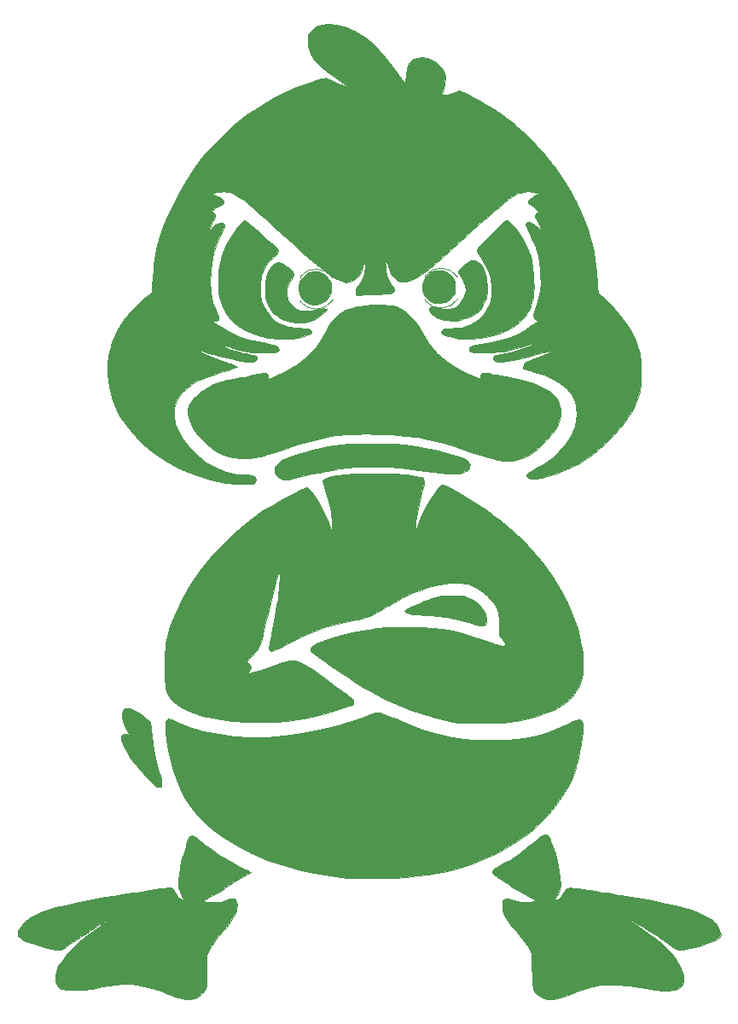
<source format=gbr>
%TF.GenerationSoftware,KiCad,Pcbnew,9.0.6*%
%TF.CreationDate,2025-12-05T08:24:13+01:00*%
%TF.ProjectId,GrumpyDuck,4772756d-7079-4447-9563-6b2e6b696361,rev?*%
%TF.SameCoordinates,Original*%
%TF.FileFunction,Legend,Top*%
%TF.FilePolarity,Positive*%
%FSLAX46Y46*%
G04 Gerber Fmt 4.6, Leading zero omitted, Abs format (unit mm)*
G04 Created by KiCad (PCBNEW 9.0.6) date 2025-12-05 08:24:13*
%MOMM*%
%LPD*%
G01*
G04 APERTURE LIST*
%ADD10C,0.120000*%
%ADD11C,0.010000*%
G04 APERTURE END LIST*
D10*
%TO.C,D2*%
X131442335Y-69478608D02*
G75*
G02*
X128210000Y-69635516I-1672335J1078608D01*
G01*
X130811130Y-69479837D02*
G75*
G02*
X128729039Y-69480000I-1041130J1079837D01*
G01*
X128729039Y-67320000D02*
G75*
G02*
X130811130Y-67320163I1040961J-1080000D01*
G01*
X128210000Y-67164484D02*
G75*
G02*
X131442335Y-67321392I1560000J-1235516D01*
G01*
X128210000Y-69480000D02*
X128210000Y-69636000D01*
X128210000Y-67164000D02*
X128210000Y-67320000D01*
%TO.C,D1*%
X119042335Y-69578608D02*
G75*
G02*
X115810000Y-69735516I-1672335J1078608D01*
G01*
X118411130Y-69579837D02*
G75*
G02*
X116329039Y-69580000I-1041130J1079837D01*
G01*
X116329039Y-67420000D02*
G75*
G02*
X118411130Y-67420163I1040961J-1080000D01*
G01*
X115810000Y-67264484D02*
G75*
G02*
X119042335Y-67421392I1560000J-1235516D01*
G01*
X115810000Y-69580000D02*
X115810000Y-69736000D01*
X115810000Y-67264000D02*
X115810000Y-67420000D01*
D11*
%TO.C,G\u002A\u002A\u002A*%
X105311353Y-122811102D02*
X105643481Y-123025156D01*
X105748971Y-123111375D01*
X106377483Y-123628685D01*
X106997883Y-124096403D01*
X107643979Y-124536467D01*
X108349577Y-124970816D01*
X109148484Y-125421387D01*
X110012600Y-125878214D01*
X110353989Y-126058679D01*
X110631197Y-126213346D01*
X110814576Y-126325110D01*
X110874911Y-126375729D01*
X110801510Y-126431817D01*
X110608576Y-126542315D01*
X110329427Y-126688754D01*
X110134078Y-126786352D01*
X109708093Y-127015457D01*
X109238588Y-127298886D01*
X108812801Y-127583371D01*
X108728818Y-127644396D01*
X108370604Y-127889588D01*
X107921512Y-128167119D01*
X107444767Y-128439143D01*
X107090344Y-128625170D01*
X106645890Y-128854976D01*
X106358755Y-129027365D01*
X106229979Y-129150113D01*
X106260599Y-129230994D01*
X106451655Y-129277783D01*
X106804185Y-129298255D01*
X107180617Y-129300998D01*
X107616539Y-129292591D01*
X107932752Y-129265966D01*
X108178537Y-129213679D01*
X108403175Y-129128284D01*
X108441621Y-129110498D01*
X108791572Y-128969878D01*
X109047458Y-128934054D01*
X109247618Y-129002267D01*
X109356433Y-129092333D01*
X109473898Y-129276350D01*
X109522311Y-129549744D01*
X109525766Y-129684774D01*
X109488772Y-130045038D01*
X109370423Y-130420763D01*
X109159670Y-130831361D01*
X108845464Y-131296245D01*
X108416756Y-131834828D01*
X108081511Y-132222288D01*
X107600677Y-132784596D01*
X107233045Y-133261024D01*
X106961860Y-133674248D01*
X106833104Y-133912113D01*
X106520100Y-134546318D01*
X106519535Y-136116159D01*
X106518395Y-136670949D01*
X106513363Y-137084897D01*
X106501346Y-137386490D01*
X106479245Y-137604218D01*
X106443964Y-137766569D01*
X106392407Y-137902031D01*
X106321477Y-138039093D01*
X106307869Y-138063531D01*
X106013967Y-138439188D01*
X105690834Y-138691877D01*
X105288618Y-138885050D01*
X104862694Y-138968930D01*
X104378229Y-138945168D01*
X103800392Y-138815415D01*
X103700939Y-138786136D01*
X103333488Y-138670652D01*
X102988259Y-138554466D01*
X102727939Y-138458854D01*
X102684939Y-138441281D01*
X101898923Y-138135033D01*
X101092110Y-137868480D01*
X100307895Y-137653708D01*
X99589671Y-137502803D01*
X99069433Y-137434269D01*
X98649491Y-137426260D01*
X98103076Y-137456485D01*
X97467541Y-137520337D01*
X96780236Y-137613210D01*
X96078515Y-137730498D01*
X95399729Y-137867595D01*
X95217100Y-137909320D01*
X94914212Y-137958374D01*
X94507235Y-137993634D01*
X94034690Y-138015089D01*
X93535098Y-138022726D01*
X93046978Y-138016534D01*
X92608852Y-137996503D01*
X92259240Y-137962620D01*
X92036662Y-137914874D01*
X92025060Y-137910271D01*
X91737795Y-137730073D01*
X91562946Y-137465564D01*
X91486659Y-137090119D01*
X91480957Y-136864548D01*
X91510352Y-136585144D01*
X91582011Y-136261426D01*
X91681417Y-135935117D01*
X91794055Y-135647941D01*
X91905409Y-135441623D01*
X92000964Y-135357887D01*
X92005198Y-135357666D01*
X92079666Y-135290676D01*
X92210398Y-135115088D01*
X92368402Y-134870019D01*
X92716738Y-134393141D01*
X93212142Y-133862042D01*
X93844518Y-133285530D01*
X94603769Y-132672414D01*
X95479797Y-132031503D01*
X96127266Y-131590778D01*
X96402499Y-131405018D01*
X96613890Y-131255801D01*
X96729136Y-131166221D01*
X96741100Y-131151978D01*
X96673269Y-131173309D01*
X96493632Y-131258843D01*
X96237967Y-131389763D01*
X95942053Y-131547253D01*
X95641669Y-131712498D01*
X95372595Y-131866682D01*
X95301766Y-131908909D01*
X94956501Y-132124307D01*
X94532244Y-132399469D01*
X94068010Y-132708013D01*
X93602812Y-133023557D01*
X93175661Y-133319722D01*
X92825572Y-133570124D01*
X92648494Y-133703085D01*
X92268284Y-133955774D01*
X91915246Y-134079222D01*
X91535707Y-134082471D01*
X91075993Y-133974564D01*
X91062349Y-133970313D01*
X90772522Y-133883606D01*
X90409846Y-133780465D01*
X90137100Y-133705916D01*
X89374979Y-133487345D01*
X88772106Y-133279835D01*
X88319148Y-133078481D01*
X88006772Y-132878377D01*
X87825647Y-132674617D01*
X87766441Y-132462295D01*
X87766433Y-132459662D01*
X87826058Y-132207288D01*
X87986829Y-131889609D01*
X88221593Y-131551828D01*
X88494604Y-131247461D01*
X88705197Y-131082000D01*
X96825766Y-131082000D01*
X96868100Y-131124333D01*
X96910433Y-131082000D01*
X96868100Y-131039666D01*
X96825766Y-131082000D01*
X88705197Y-131082000D01*
X88884621Y-130941029D01*
X89413670Y-130634000D01*
X90051988Y-130339229D01*
X90769809Y-130069574D01*
X91537369Y-129837889D01*
X92042100Y-129715225D01*
X92449865Y-129625314D01*
X92892017Y-129527161D01*
X93185100Y-129461675D01*
X93886088Y-129311803D01*
X94700589Y-129149902D01*
X95574224Y-128986014D01*
X96452618Y-128830179D01*
X97281391Y-128692438D01*
X97714766Y-128625268D01*
X98549318Y-128499772D01*
X99356020Y-128377743D01*
X100113744Y-128262426D01*
X100801363Y-128157068D01*
X101397748Y-128064911D01*
X101881771Y-127989202D01*
X102232306Y-127933185D01*
X102371433Y-127910091D01*
X102712979Y-127854241D01*
X102930796Y-127839668D01*
X103068483Y-127881656D01*
X103169636Y-127995490D01*
X103277854Y-128196454D01*
X103297177Y-128234637D01*
X103461976Y-128502343D01*
X103667787Y-128758693D01*
X103877411Y-128964368D01*
X104053649Y-129080044D01*
X104108599Y-129092333D01*
X104217589Y-129035563D01*
X104213704Y-128913839D01*
X104157780Y-128845260D01*
X104060665Y-128716506D01*
X103935404Y-128488707D01*
X103851179Y-128307103D01*
X103755621Y-128058300D01*
X103704632Y-127830675D01*
X103690837Y-127563465D01*
X103706861Y-127195905D01*
X103710205Y-127145602D01*
X103768576Y-126578123D01*
X103865214Y-125960556D01*
X103989010Y-125347978D01*
X104128857Y-124795463D01*
X104271072Y-124364601D01*
X104368609Y-124092546D01*
X104432252Y-123867865D01*
X104446288Y-123776365D01*
X104484757Y-123595207D01*
X104560213Y-123414023D01*
X104669298Y-123161291D01*
X104730638Y-122969523D01*
X104842290Y-122781524D01*
X105040075Y-122729304D01*
X105311353Y-122811102D01*
G36*
X105311353Y-122811102D02*
G01*
X105643481Y-123025156D01*
X105748971Y-123111375D01*
X106377483Y-123628685D01*
X106997883Y-124096403D01*
X107643979Y-124536467D01*
X108349577Y-124970816D01*
X109148484Y-125421387D01*
X110012600Y-125878214D01*
X110353989Y-126058679D01*
X110631197Y-126213346D01*
X110814576Y-126325110D01*
X110874911Y-126375729D01*
X110801510Y-126431817D01*
X110608576Y-126542315D01*
X110329427Y-126688754D01*
X110134078Y-126786352D01*
X109708093Y-127015457D01*
X109238588Y-127298886D01*
X108812801Y-127583371D01*
X108728818Y-127644396D01*
X108370604Y-127889588D01*
X107921512Y-128167119D01*
X107444767Y-128439143D01*
X107090344Y-128625170D01*
X106645890Y-128854976D01*
X106358755Y-129027365D01*
X106229979Y-129150113D01*
X106260599Y-129230994D01*
X106451655Y-129277783D01*
X106804185Y-129298255D01*
X107180617Y-129300998D01*
X107616539Y-129292591D01*
X107932752Y-129265966D01*
X108178537Y-129213679D01*
X108403175Y-129128284D01*
X108441621Y-129110498D01*
X108791572Y-128969878D01*
X109047458Y-128934054D01*
X109247618Y-129002267D01*
X109356433Y-129092333D01*
X109473898Y-129276350D01*
X109522311Y-129549744D01*
X109525766Y-129684774D01*
X109488772Y-130045038D01*
X109370423Y-130420763D01*
X109159670Y-130831361D01*
X108845464Y-131296245D01*
X108416756Y-131834828D01*
X108081511Y-132222288D01*
X107600677Y-132784596D01*
X107233045Y-133261024D01*
X106961860Y-133674248D01*
X106833104Y-133912113D01*
X106520100Y-134546318D01*
X106519535Y-136116159D01*
X106518395Y-136670949D01*
X106513363Y-137084897D01*
X106501346Y-137386490D01*
X106479245Y-137604218D01*
X106443964Y-137766569D01*
X106392407Y-137902031D01*
X106321477Y-138039093D01*
X106307869Y-138063531D01*
X106013967Y-138439188D01*
X105690834Y-138691877D01*
X105288618Y-138885050D01*
X104862694Y-138968930D01*
X104378229Y-138945168D01*
X103800392Y-138815415D01*
X103700939Y-138786136D01*
X103333488Y-138670652D01*
X102988259Y-138554466D01*
X102727939Y-138458854D01*
X102684939Y-138441281D01*
X101898923Y-138135033D01*
X101092110Y-137868480D01*
X100307895Y-137653708D01*
X99589671Y-137502803D01*
X99069433Y-137434269D01*
X98649491Y-137426260D01*
X98103076Y-137456485D01*
X97467541Y-137520337D01*
X96780236Y-137613210D01*
X96078515Y-137730498D01*
X95399729Y-137867595D01*
X95217100Y-137909320D01*
X94914212Y-137958374D01*
X94507235Y-137993634D01*
X94034690Y-138015089D01*
X93535098Y-138022726D01*
X93046978Y-138016534D01*
X92608852Y-137996503D01*
X92259240Y-137962620D01*
X92036662Y-137914874D01*
X92025060Y-137910271D01*
X91737795Y-137730073D01*
X91562946Y-137465564D01*
X91486659Y-137090119D01*
X91480957Y-136864548D01*
X91510352Y-136585144D01*
X91582011Y-136261426D01*
X91681417Y-135935117D01*
X91794055Y-135647941D01*
X91905409Y-135441623D01*
X92000964Y-135357887D01*
X92005198Y-135357666D01*
X92079666Y-135290676D01*
X92210398Y-135115088D01*
X92368402Y-134870019D01*
X92716738Y-134393141D01*
X93212142Y-133862042D01*
X93844518Y-133285530D01*
X94603769Y-132672414D01*
X95479797Y-132031503D01*
X96127266Y-131590778D01*
X96402499Y-131405018D01*
X96613890Y-131255801D01*
X96729136Y-131166221D01*
X96741100Y-131151978D01*
X96673269Y-131173309D01*
X96493632Y-131258843D01*
X96237967Y-131389763D01*
X95942053Y-131547253D01*
X95641669Y-131712498D01*
X95372595Y-131866682D01*
X95301766Y-131908909D01*
X94956501Y-132124307D01*
X94532244Y-132399469D01*
X94068010Y-132708013D01*
X93602812Y-133023557D01*
X93175661Y-133319722D01*
X92825572Y-133570124D01*
X92648494Y-133703085D01*
X92268284Y-133955774D01*
X91915246Y-134079222D01*
X91535707Y-134082471D01*
X91075993Y-133974564D01*
X91062349Y-133970313D01*
X90772522Y-133883606D01*
X90409846Y-133780465D01*
X90137100Y-133705916D01*
X89374979Y-133487345D01*
X88772106Y-133279835D01*
X88319148Y-133078481D01*
X88006772Y-132878377D01*
X87825647Y-132674617D01*
X87766441Y-132462295D01*
X87766433Y-132459662D01*
X87826058Y-132207288D01*
X87986829Y-131889609D01*
X88221593Y-131551828D01*
X88494604Y-131247461D01*
X88705197Y-131082000D01*
X96825766Y-131082000D01*
X96868100Y-131124333D01*
X96910433Y-131082000D01*
X96868100Y-131039666D01*
X96825766Y-131082000D01*
X88705197Y-131082000D01*
X88884621Y-130941029D01*
X89413670Y-130634000D01*
X90051988Y-130339229D01*
X90769809Y-130069574D01*
X91537369Y-129837889D01*
X92042100Y-129715225D01*
X92449865Y-129625314D01*
X92892017Y-129527161D01*
X93185100Y-129461675D01*
X93886088Y-129311803D01*
X94700589Y-129149902D01*
X95574224Y-128986014D01*
X96452618Y-128830179D01*
X97281391Y-128692438D01*
X97714766Y-128625268D01*
X98549318Y-128499772D01*
X99356020Y-128377743D01*
X100113744Y-128262426D01*
X100801363Y-128157068D01*
X101397748Y-128064911D01*
X101881771Y-127989202D01*
X102232306Y-127933185D01*
X102371433Y-127910091D01*
X102712979Y-127854241D01*
X102930796Y-127839668D01*
X103068483Y-127881656D01*
X103169636Y-127995490D01*
X103277854Y-128196454D01*
X103297177Y-128234637D01*
X103461976Y-128502343D01*
X103667787Y-128758693D01*
X103877411Y-128964368D01*
X104053649Y-129080044D01*
X104108599Y-129092333D01*
X104217589Y-129035563D01*
X104213704Y-128913839D01*
X104157780Y-128845260D01*
X104060665Y-128716506D01*
X103935404Y-128488707D01*
X103851179Y-128307103D01*
X103755621Y-128058300D01*
X103704632Y-127830675D01*
X103690837Y-127563465D01*
X103706861Y-127195905D01*
X103710205Y-127145602D01*
X103768576Y-126578123D01*
X103865214Y-125960556D01*
X103989010Y-125347978D01*
X104128857Y-124795463D01*
X104271072Y-124364601D01*
X104368609Y-124092546D01*
X104432252Y-123867865D01*
X104446288Y-123776365D01*
X104484757Y-123595207D01*
X104560213Y-123414023D01*
X104669298Y-123161291D01*
X104730638Y-122969523D01*
X104842290Y-122781524D01*
X105040075Y-122729304D01*
X105311353Y-122811102D01*
G37*
X140274200Y-122653607D02*
X140473398Y-122817022D01*
X140642687Y-123132504D01*
X140661133Y-123179342D01*
X141109475Y-124488966D01*
X141416105Y-125706832D01*
X141581173Y-126833635D01*
X141612598Y-127507552D01*
X141554798Y-128049142D01*
X141385740Y-128515678D01*
X141180691Y-128807079D01*
X141082288Y-128969700D01*
X141122737Y-129060515D01*
X141276256Y-129047334D01*
X141347072Y-129014817D01*
X141518232Y-128886673D01*
X141713723Y-128690155D01*
X141891964Y-128474112D01*
X142011375Y-128287396D01*
X142037766Y-128203366D01*
X142115315Y-128056900D01*
X142322931Y-127952339D01*
X142623066Y-127907518D01*
X142661676Y-127907000D01*
X142906795Y-127922124D01*
X143301176Y-127967917D01*
X143849395Y-128045008D01*
X144556025Y-128154028D01*
X145128100Y-128246514D01*
X145360486Y-128283944D01*
X145728180Y-128342340D01*
X146199166Y-128416656D01*
X146741429Y-128501846D01*
X147322953Y-128592864D01*
X147583433Y-128633523D01*
X149189786Y-128898039D01*
X150707480Y-129176054D01*
X152111324Y-129462644D01*
X153376129Y-129752889D01*
X153612511Y-129811527D01*
X154336829Y-130019444D01*
X155040927Y-130269454D01*
X155690856Y-130546618D01*
X156252667Y-130835997D01*
X156692413Y-131122651D01*
X156810192Y-131218682D01*
X157031355Y-131461646D01*
X157243419Y-131775451D01*
X157415477Y-132104865D01*
X157516621Y-132394655D01*
X157530939Y-132506679D01*
X157451185Y-132736396D01*
X157208351Y-132962154D01*
X156800803Y-133184881D01*
X156226906Y-133405505D01*
X155626766Y-133586671D01*
X154975955Y-133763726D01*
X154465969Y-133896967D01*
X154075284Y-133990708D01*
X153782374Y-134049265D01*
X153565715Y-134076952D01*
X153403782Y-134078084D01*
X153277496Y-134057602D01*
X153137221Y-133989662D01*
X152890121Y-133837905D01*
X152564020Y-133621198D01*
X152186741Y-133358407D01*
X151786108Y-133068395D01*
X151478100Y-132837559D01*
X151299686Y-132713138D01*
X151031045Y-132540271D01*
X150695112Y-132332297D01*
X150314821Y-132102556D01*
X149913108Y-131864390D01*
X149512908Y-131631137D01*
X149137157Y-131416138D01*
X148808791Y-131232733D01*
X148550743Y-131094262D01*
X148385951Y-131014065D01*
X148337349Y-131005484D01*
X148345433Y-131015472D01*
X148443339Y-131091488D01*
X148655075Y-131241519D01*
X148953048Y-131446450D01*
X149309664Y-131687169D01*
X149460267Y-131787677D01*
X150400736Y-132439823D01*
X151200575Y-133054218D01*
X151879348Y-133647997D01*
X152456617Y-134238292D01*
X152951944Y-134842235D01*
X152959177Y-134851924D01*
X153342087Y-135402131D01*
X153606964Y-135875093D01*
X153767005Y-136300584D01*
X153835405Y-136708375D01*
X153840090Y-136839333D01*
X153815074Y-137251363D01*
X153718108Y-137542689D01*
X153525729Y-137754847D01*
X153227692Y-137923418D01*
X153003283Y-138010687D01*
X152768105Y-138063099D01*
X152472181Y-138087313D01*
X152065535Y-138089988D01*
X151986100Y-138088850D01*
X151648448Y-138079156D01*
X151322177Y-138058827D01*
X150976839Y-138023801D01*
X150581989Y-137970013D01*
X150107181Y-137893401D01*
X149521967Y-137789901D01*
X148938100Y-137682069D01*
X148558362Y-137625307D01*
X148069184Y-137572665D01*
X147530456Y-137529618D01*
X147002066Y-137501642D01*
X146941433Y-137499533D01*
X146449104Y-137485437D01*
X146079193Y-137483389D01*
X145784941Y-137498213D01*
X145519587Y-137534732D01*
X145236371Y-137597767D01*
X144888532Y-137692143D01*
X144782433Y-137722212D01*
X144306994Y-137864981D01*
X143752619Y-138043074D01*
X143198265Y-138230640D01*
X142842100Y-138357541D01*
X142170025Y-138598626D01*
X141629623Y-138777883D01*
X141196747Y-138899766D01*
X140847249Y-138968732D01*
X140556981Y-138989236D01*
X140301795Y-138965731D01*
X140057544Y-138902675D01*
X139998129Y-138882245D01*
X139553548Y-138658591D01*
X139198669Y-138350901D01*
X138971111Y-137992679D01*
X138956502Y-137954523D01*
X138903200Y-137740774D01*
X138861515Y-137419669D01*
X138830044Y-136973815D01*
X138807382Y-136385820D01*
X138798077Y-135991028D01*
X138766513Y-134380723D01*
X138496530Y-133874361D01*
X138349510Y-133638429D01*
X138115431Y-133309509D01*
X137819675Y-132921225D01*
X137487626Y-132507199D01*
X137251397Y-132225000D01*
X136767903Y-131641241D01*
X136398832Y-131154229D01*
X136241633Y-130912666D01*
X148133766Y-130912666D01*
X148176100Y-130955000D01*
X148218433Y-130912666D01*
X148176100Y-130870333D01*
X148133766Y-130912666D01*
X136241633Y-130912666D01*
X136133536Y-130746557D01*
X135961370Y-130400815D01*
X135871687Y-130099597D01*
X135853294Y-129939000D01*
X135844683Y-129570539D01*
X135865752Y-129329246D01*
X135926610Y-129174089D01*
X136037364Y-129064037D01*
X136075282Y-129037944D01*
X136191739Y-128970955D01*
X136306306Y-128945356D01*
X136462105Y-128965170D01*
X136702259Y-129034419D01*
X136962020Y-129120659D01*
X137329194Y-129229080D01*
X137687536Y-129309021D01*
X137968115Y-129345523D01*
X138002020Y-129346333D01*
X138328993Y-129335131D01*
X138651012Y-129305687D01*
X138924937Y-129264242D01*
X139107625Y-129217036D01*
X139159100Y-129178945D01*
X139088758Y-129119007D01*
X138896086Y-128996735D01*
X138608617Y-128828630D01*
X138253882Y-128631197D01*
X138164266Y-128582615D01*
X137702812Y-128323651D01*
X137211720Y-128031496D01*
X136754208Y-127744596D01*
X136436686Y-127531995D01*
X136078105Y-127283776D01*
X135720367Y-127041728D01*
X135417316Y-126842053D01*
X135294409Y-126764000D01*
X135030466Y-126581905D01*
X134886267Y-126422862D01*
X134868626Y-126269438D01*
X134984359Y-126104202D01*
X135240278Y-125909725D01*
X135643198Y-125668575D01*
X135744899Y-125611610D01*
X136070404Y-125430667D01*
X136380146Y-125258580D01*
X136609832Y-125131068D01*
X136619100Y-125125928D01*
X137000095Y-124891970D01*
X137471362Y-124567009D01*
X137999740Y-124175962D01*
X138552070Y-123743749D01*
X139095190Y-123295291D01*
X139363088Y-123063836D01*
X139732451Y-122778207D01*
X140031686Y-122641066D01*
X140274200Y-122653607D01*
G36*
X140274200Y-122653607D02*
G01*
X140473398Y-122817022D01*
X140642687Y-123132504D01*
X140661133Y-123179342D01*
X141109475Y-124488966D01*
X141416105Y-125706832D01*
X141581173Y-126833635D01*
X141612598Y-127507552D01*
X141554798Y-128049142D01*
X141385740Y-128515678D01*
X141180691Y-128807079D01*
X141082288Y-128969700D01*
X141122737Y-129060515D01*
X141276256Y-129047334D01*
X141347072Y-129014817D01*
X141518232Y-128886673D01*
X141713723Y-128690155D01*
X141891964Y-128474112D01*
X142011375Y-128287396D01*
X142037766Y-128203366D01*
X142115315Y-128056900D01*
X142322931Y-127952339D01*
X142623066Y-127907518D01*
X142661676Y-127907000D01*
X142906795Y-127922124D01*
X143301176Y-127967917D01*
X143849395Y-128045008D01*
X144556025Y-128154028D01*
X145128100Y-128246514D01*
X145360486Y-128283944D01*
X145728180Y-128342340D01*
X146199166Y-128416656D01*
X146741429Y-128501846D01*
X147322953Y-128592864D01*
X147583433Y-128633523D01*
X149189786Y-128898039D01*
X150707480Y-129176054D01*
X152111324Y-129462644D01*
X153376129Y-129752889D01*
X153612511Y-129811527D01*
X154336829Y-130019444D01*
X155040927Y-130269454D01*
X155690856Y-130546618D01*
X156252667Y-130835997D01*
X156692413Y-131122651D01*
X156810192Y-131218682D01*
X157031355Y-131461646D01*
X157243419Y-131775451D01*
X157415477Y-132104865D01*
X157516621Y-132394655D01*
X157530939Y-132506679D01*
X157451185Y-132736396D01*
X157208351Y-132962154D01*
X156800803Y-133184881D01*
X156226906Y-133405505D01*
X155626766Y-133586671D01*
X154975955Y-133763726D01*
X154465969Y-133896967D01*
X154075284Y-133990708D01*
X153782374Y-134049265D01*
X153565715Y-134076952D01*
X153403782Y-134078084D01*
X153277496Y-134057602D01*
X153137221Y-133989662D01*
X152890121Y-133837905D01*
X152564020Y-133621198D01*
X152186741Y-133358407D01*
X151786108Y-133068395D01*
X151478100Y-132837559D01*
X151299686Y-132713138D01*
X151031045Y-132540271D01*
X150695112Y-132332297D01*
X150314821Y-132102556D01*
X149913108Y-131864390D01*
X149512908Y-131631137D01*
X149137157Y-131416138D01*
X148808791Y-131232733D01*
X148550743Y-131094262D01*
X148385951Y-131014065D01*
X148337349Y-131005484D01*
X148345433Y-131015472D01*
X148443339Y-131091488D01*
X148655075Y-131241519D01*
X148953048Y-131446450D01*
X149309664Y-131687169D01*
X149460267Y-131787677D01*
X150400736Y-132439823D01*
X151200575Y-133054218D01*
X151879348Y-133647997D01*
X152456617Y-134238292D01*
X152951944Y-134842235D01*
X152959177Y-134851924D01*
X153342087Y-135402131D01*
X153606964Y-135875093D01*
X153767005Y-136300584D01*
X153835405Y-136708375D01*
X153840090Y-136839333D01*
X153815074Y-137251363D01*
X153718108Y-137542689D01*
X153525729Y-137754847D01*
X153227692Y-137923418D01*
X153003283Y-138010687D01*
X152768105Y-138063099D01*
X152472181Y-138087313D01*
X152065535Y-138089988D01*
X151986100Y-138088850D01*
X151648448Y-138079156D01*
X151322177Y-138058827D01*
X150976839Y-138023801D01*
X150581989Y-137970013D01*
X150107181Y-137893401D01*
X149521967Y-137789901D01*
X148938100Y-137682069D01*
X148558362Y-137625307D01*
X148069184Y-137572665D01*
X147530456Y-137529618D01*
X147002066Y-137501642D01*
X146941433Y-137499533D01*
X146449104Y-137485437D01*
X146079193Y-137483389D01*
X145784941Y-137498213D01*
X145519587Y-137534732D01*
X145236371Y-137597767D01*
X144888532Y-137692143D01*
X144782433Y-137722212D01*
X144306994Y-137864981D01*
X143752619Y-138043074D01*
X143198265Y-138230640D01*
X142842100Y-138357541D01*
X142170025Y-138598626D01*
X141629623Y-138777883D01*
X141196747Y-138899766D01*
X140847249Y-138968732D01*
X140556981Y-138989236D01*
X140301795Y-138965731D01*
X140057544Y-138902675D01*
X139998129Y-138882245D01*
X139553548Y-138658591D01*
X139198669Y-138350901D01*
X138971111Y-137992679D01*
X138956502Y-137954523D01*
X138903200Y-137740774D01*
X138861515Y-137419669D01*
X138830044Y-136973815D01*
X138807382Y-136385820D01*
X138798077Y-135991028D01*
X138766513Y-134380723D01*
X138496530Y-133874361D01*
X138349510Y-133638429D01*
X138115431Y-133309509D01*
X137819675Y-132921225D01*
X137487626Y-132507199D01*
X137251397Y-132225000D01*
X136767903Y-131641241D01*
X136398832Y-131154229D01*
X136241633Y-130912666D01*
X148133766Y-130912666D01*
X148176100Y-130955000D01*
X148218433Y-130912666D01*
X148176100Y-130870333D01*
X148133766Y-130912666D01*
X136241633Y-130912666D01*
X136133536Y-130746557D01*
X135961370Y-130400815D01*
X135871687Y-130099597D01*
X135853294Y-129939000D01*
X135844683Y-129570539D01*
X135865752Y-129329246D01*
X135926610Y-129174089D01*
X136037364Y-129064037D01*
X136075282Y-129037944D01*
X136191739Y-128970955D01*
X136306306Y-128945356D01*
X136462105Y-128965170D01*
X136702259Y-129034419D01*
X136962020Y-129120659D01*
X137329194Y-129229080D01*
X137687536Y-129309021D01*
X137968115Y-129345523D01*
X138002020Y-129346333D01*
X138328993Y-129335131D01*
X138651012Y-129305687D01*
X138924937Y-129264242D01*
X139107625Y-129217036D01*
X139159100Y-129178945D01*
X139088758Y-129119007D01*
X138896086Y-128996735D01*
X138608617Y-128828630D01*
X138253882Y-128631197D01*
X138164266Y-128582615D01*
X137702812Y-128323651D01*
X137211720Y-128031496D01*
X136754208Y-127744596D01*
X136436686Y-127531995D01*
X136078105Y-127283776D01*
X135720367Y-127041728D01*
X135417316Y-126842053D01*
X135294409Y-126764000D01*
X135030466Y-126581905D01*
X134886267Y-126422862D01*
X134868626Y-126269438D01*
X134984359Y-126104202D01*
X135240278Y-125909725D01*
X135643198Y-125668575D01*
X135744899Y-125611610D01*
X136070404Y-125430667D01*
X136380146Y-125258580D01*
X136609832Y-125131068D01*
X136619100Y-125125928D01*
X137000095Y-124891970D01*
X137471362Y-124567009D01*
X137999740Y-124175962D01*
X138552070Y-123743749D01*
X139095190Y-123295291D01*
X139363088Y-123063836D01*
X139732451Y-122778207D01*
X140031686Y-122641066D01*
X140274200Y-122653607D01*
G37*
X123697986Y-110512385D02*
X123862594Y-110564457D01*
X124149320Y-110673269D01*
X124525953Y-110825875D01*
X124960282Y-111009326D01*
X125273766Y-111145799D01*
X126231813Y-111553971D01*
X127100686Y-111891285D01*
X127934816Y-112176607D01*
X128788637Y-112428804D01*
X129532240Y-112621804D01*
X130497111Y-112846220D01*
X131361363Y-113014416D01*
X132180030Y-113133075D01*
X133008142Y-113208880D01*
X133900731Y-113248512D01*
X134778157Y-113258769D01*
X136138097Y-113228662D01*
X137370976Y-113132355D01*
X138508338Y-112962966D01*
X139581728Y-112713610D01*
X140622688Y-112377403D01*
X141662763Y-111947464D01*
X142383440Y-111599154D01*
X142841219Y-111373794D01*
X143177074Y-111230732D01*
X143414389Y-111165322D01*
X143576545Y-111172918D01*
X143686928Y-111248873D01*
X143740314Y-111329550D01*
X143805063Y-111570771D01*
X143825872Y-111949791D01*
X143805967Y-112441777D01*
X143748574Y-113021894D01*
X143656919Y-113665310D01*
X143534225Y-114347191D01*
X143383720Y-115042703D01*
X143208629Y-115727014D01*
X143136495Y-115978357D01*
X142789087Y-116938394D01*
X142314079Y-117932342D01*
X141735716Y-118919160D01*
X141078240Y-119857806D01*
X140365894Y-120707241D01*
X140303699Y-120773900D01*
X139384440Y-121687298D01*
X138435536Y-122497935D01*
X137420059Y-123233034D01*
X136301082Y-123919818D01*
X135329006Y-124441350D01*
X134134813Y-125005842D01*
X132933626Y-125482999D01*
X131689042Y-125884110D01*
X130364657Y-126220465D01*
X128924069Y-126503352D01*
X128403568Y-126589007D01*
X127409566Y-126721663D01*
X126307472Y-126827144D01*
X125137575Y-126904255D01*
X123940165Y-126951802D01*
X122755532Y-126968591D01*
X121623967Y-126953427D01*
X120585758Y-126905116D01*
X119855100Y-126842407D01*
X118760606Y-126709510D01*
X117759986Y-126554474D01*
X116778034Y-126364447D01*
X115918100Y-126169700D01*
X114170289Y-125694160D01*
X112523863Y-125129979D01*
X110985665Y-124481764D01*
X109562539Y-123754121D01*
X108261330Y-122951659D01*
X107088881Y-122078983D01*
X106052036Y-121140700D01*
X105157639Y-120141419D01*
X104412535Y-119085745D01*
X103856451Y-118050622D01*
X103515609Y-117217052D01*
X103199633Y-116268758D01*
X102921352Y-115257369D01*
X102693595Y-114234512D01*
X102529190Y-113251814D01*
X102440964Y-112360901D01*
X102440477Y-112352019D01*
X102423206Y-111830762D01*
X102447313Y-111464238D01*
X102528390Y-111239822D01*
X102682031Y-111144887D01*
X102923831Y-111166809D01*
X103269383Y-111292960D01*
X103574973Y-111433463D01*
X104823061Y-111948114D01*
X106188071Y-112356624D01*
X107654959Y-112658964D01*
X109208685Y-112855108D01*
X110834207Y-112945025D01*
X112516483Y-112928688D01*
X114240472Y-112806068D01*
X115991133Y-112577137D01*
X117753424Y-112241867D01*
X119512304Y-111800228D01*
X120617100Y-111465678D01*
X121125105Y-111297084D01*
X121679449Y-111106294D01*
X122205729Y-110919237D01*
X122554986Y-110790298D01*
X123003563Y-110629490D01*
X123329504Y-110535755D01*
X123562354Y-110501910D01*
X123697986Y-110512385D01*
G36*
X123697986Y-110512385D02*
G01*
X123862594Y-110564457D01*
X124149320Y-110673269D01*
X124525953Y-110825875D01*
X124960282Y-111009326D01*
X125273766Y-111145799D01*
X126231813Y-111553971D01*
X127100686Y-111891285D01*
X127934816Y-112176607D01*
X128788637Y-112428804D01*
X129532240Y-112621804D01*
X130497111Y-112846220D01*
X131361363Y-113014416D01*
X132180030Y-113133075D01*
X133008142Y-113208880D01*
X133900731Y-113248512D01*
X134778157Y-113258769D01*
X136138097Y-113228662D01*
X137370976Y-113132355D01*
X138508338Y-112962966D01*
X139581728Y-112713610D01*
X140622688Y-112377403D01*
X141662763Y-111947464D01*
X142383440Y-111599154D01*
X142841219Y-111373794D01*
X143177074Y-111230732D01*
X143414389Y-111165322D01*
X143576545Y-111172918D01*
X143686928Y-111248873D01*
X143740314Y-111329550D01*
X143805063Y-111570771D01*
X143825872Y-111949791D01*
X143805967Y-112441777D01*
X143748574Y-113021894D01*
X143656919Y-113665310D01*
X143534225Y-114347191D01*
X143383720Y-115042703D01*
X143208629Y-115727014D01*
X143136495Y-115978357D01*
X142789087Y-116938394D01*
X142314079Y-117932342D01*
X141735716Y-118919160D01*
X141078240Y-119857806D01*
X140365894Y-120707241D01*
X140303699Y-120773900D01*
X139384440Y-121687298D01*
X138435536Y-122497935D01*
X137420059Y-123233034D01*
X136301082Y-123919818D01*
X135329006Y-124441350D01*
X134134813Y-125005842D01*
X132933626Y-125482999D01*
X131689042Y-125884110D01*
X130364657Y-126220465D01*
X128924069Y-126503352D01*
X128403568Y-126589007D01*
X127409566Y-126721663D01*
X126307472Y-126827144D01*
X125137575Y-126904255D01*
X123940165Y-126951802D01*
X122755532Y-126968591D01*
X121623967Y-126953427D01*
X120585758Y-126905116D01*
X119855100Y-126842407D01*
X118760606Y-126709510D01*
X117759986Y-126554474D01*
X116778034Y-126364447D01*
X115918100Y-126169700D01*
X114170289Y-125694160D01*
X112523863Y-125129979D01*
X110985665Y-124481764D01*
X109562539Y-123754121D01*
X108261330Y-122951659D01*
X107088881Y-122078983D01*
X106052036Y-121140700D01*
X105157639Y-120141419D01*
X104412535Y-119085745D01*
X103856451Y-118050622D01*
X103515609Y-117217052D01*
X103199633Y-116268758D01*
X102921352Y-115257369D01*
X102693595Y-114234512D01*
X102529190Y-113251814D01*
X102440964Y-112360901D01*
X102440477Y-112352019D01*
X102423206Y-111830762D01*
X102447313Y-111464238D01*
X102528390Y-111239822D01*
X102682031Y-111144887D01*
X102923831Y-111166809D01*
X103269383Y-111292960D01*
X103574973Y-111433463D01*
X104823061Y-111948114D01*
X106188071Y-112356624D01*
X107654959Y-112658964D01*
X109208685Y-112855108D01*
X110834207Y-112945025D01*
X112516483Y-112928688D01*
X114240472Y-112806068D01*
X115991133Y-112577137D01*
X117753424Y-112241867D01*
X119512304Y-111800228D01*
X120617100Y-111465678D01*
X121125105Y-111297084D01*
X121679449Y-111106294D01*
X122205729Y-110919237D01*
X122554986Y-110790298D01*
X123003563Y-110629490D01*
X123329504Y-110535755D01*
X123562354Y-110501910D01*
X123697986Y-110512385D01*
G37*
X98766811Y-110067255D02*
X98987710Y-110127971D01*
X99230048Y-110233952D01*
X99540337Y-110406033D01*
X99883375Y-110620100D01*
X100223960Y-110852040D01*
X100526892Y-111077738D01*
X100756968Y-111273082D01*
X100878987Y-111413957D01*
X100885435Y-111427942D01*
X100923377Y-111584880D01*
X100973068Y-111871918D01*
X101028548Y-112250751D01*
X101083861Y-112683077D01*
X101093697Y-112766710D01*
X101290678Y-114157850D01*
X101542970Y-115417794D01*
X101796131Y-116365420D01*
X101900540Y-116749753D01*
X101980854Y-117122576D01*
X102024004Y-117420301D01*
X102027885Y-117493000D01*
X102022488Y-117728779D01*
X101978531Y-117844961D01*
X101866361Y-117891046D01*
X101782598Y-117902463D01*
X101670807Y-117901167D01*
X101553009Y-117858838D01*
X101406078Y-117757579D01*
X101206890Y-117579490D01*
X100932321Y-117306673D01*
X100688712Y-117055796D01*
X100065339Y-116378088D01*
X99501391Y-115703396D01*
X99009843Y-115050622D01*
X98603669Y-114438667D01*
X98295842Y-113886435D01*
X98099337Y-113412826D01*
X98045678Y-113205081D01*
X98043995Y-112891975D01*
X98157113Y-112680057D01*
X98360808Y-112589256D01*
X98630855Y-112639499D01*
X98695305Y-112670677D01*
X98767765Y-112692704D01*
X98771829Y-112632149D01*
X98701522Y-112467111D01*
X98570202Y-112212047D01*
X98296785Y-111599700D01*
X98158797Y-111053361D01*
X98158606Y-110584470D01*
X98198842Y-110417465D01*
X98320707Y-110172628D01*
X98500347Y-110059445D01*
X98766811Y-110067255D01*
G36*
X98766811Y-110067255D02*
G01*
X98987710Y-110127971D01*
X99230048Y-110233952D01*
X99540337Y-110406033D01*
X99883375Y-110620100D01*
X100223960Y-110852040D01*
X100526892Y-111077738D01*
X100756968Y-111273082D01*
X100878987Y-111413957D01*
X100885435Y-111427942D01*
X100923377Y-111584880D01*
X100973068Y-111871918D01*
X101028548Y-112250751D01*
X101083861Y-112683077D01*
X101093697Y-112766710D01*
X101290678Y-114157850D01*
X101542970Y-115417794D01*
X101796131Y-116365420D01*
X101900540Y-116749753D01*
X101980854Y-117122576D01*
X102024004Y-117420301D01*
X102027885Y-117493000D01*
X102022488Y-117728779D01*
X101978531Y-117844961D01*
X101866361Y-117891046D01*
X101782598Y-117902463D01*
X101670807Y-117901167D01*
X101553009Y-117858838D01*
X101406078Y-117757579D01*
X101206890Y-117579490D01*
X100932321Y-117306673D01*
X100688712Y-117055796D01*
X100065339Y-116378088D01*
X99501391Y-115703396D01*
X99009843Y-115050622D01*
X98603669Y-114438667D01*
X98295842Y-113886435D01*
X98099337Y-113412826D01*
X98045678Y-113205081D01*
X98043995Y-112891975D01*
X98157113Y-112680057D01*
X98360808Y-112589256D01*
X98630855Y-112639499D01*
X98695305Y-112670677D01*
X98767765Y-112692704D01*
X98771829Y-112632149D01*
X98701522Y-112467111D01*
X98570202Y-112212047D01*
X98296785Y-111599700D01*
X98158797Y-111053361D01*
X98158606Y-110584470D01*
X98198842Y-110417465D01*
X98320707Y-110172628D01*
X98500347Y-110059445D01*
X98766811Y-110067255D01*
G37*
X124634516Y-86776174D02*
X125073958Y-86791712D01*
X125479963Y-86818372D01*
X125886480Y-86857422D01*
X126327454Y-86910131D01*
X126395433Y-86918874D01*
X126863919Y-86983723D01*
X127282588Y-87049479D01*
X127618205Y-87110327D01*
X127837539Y-87160450D01*
X127897267Y-87181709D01*
X128051352Y-87319473D01*
X128114504Y-87533434D01*
X128087736Y-87845530D01*
X127972061Y-88277701D01*
X127950929Y-88342689D01*
X127727068Y-89086308D01*
X127548080Y-89839658D01*
X127398820Y-90669799D01*
X127347216Y-91016022D01*
X127275680Y-91573019D01*
X127235164Y-92008264D01*
X127224285Y-92314757D01*
X127241658Y-92485497D01*
X127285902Y-92513485D01*
X127355634Y-92391721D01*
X127449470Y-92113204D01*
X127516068Y-91870633D01*
X127686255Y-91360058D01*
X127945595Y-90764998D01*
X128270648Y-90127443D01*
X128637970Y-89489384D01*
X129024123Y-88892812D01*
X129405663Y-88379717D01*
X129576738Y-88179330D01*
X129861561Y-87863993D01*
X130171164Y-87992661D01*
X130564001Y-88177230D01*
X131066824Y-88446353D01*
X131653698Y-88783591D01*
X132298687Y-89172505D01*
X132975857Y-89596656D01*
X133659273Y-90039605D01*
X134323001Y-90484914D01*
X134941106Y-90916143D01*
X135487652Y-91316853D01*
X135807155Y-91565084D01*
X136470453Y-92123017D01*
X137173777Y-92761561D01*
X137885692Y-93448911D01*
X138574763Y-94153256D01*
X139209552Y-94842791D01*
X139758624Y-95485706D01*
X140052515Y-95860666D01*
X140903337Y-97079049D01*
X141659429Y-98332035D01*
X142315027Y-99603239D01*
X142864366Y-100876271D01*
X143301681Y-102134743D01*
X143621209Y-103362269D01*
X143817184Y-104542458D01*
X143883844Y-105658925D01*
X143828509Y-106595703D01*
X143701192Y-107276548D01*
X143487646Y-107867560D01*
X143165495Y-108413063D01*
X142712364Y-108957384D01*
X142553846Y-109120758D01*
X142082715Y-109540925D01*
X141549330Y-109911978D01*
X140934922Y-110242022D01*
X140220722Y-110539160D01*
X139387961Y-110811499D01*
X138417871Y-111067141D01*
X137642600Y-111241439D01*
X137269435Y-111319167D01*
X136949705Y-111380157D01*
X136654368Y-111426745D01*
X136354381Y-111461270D01*
X136020701Y-111486067D01*
X135624286Y-111503473D01*
X135136094Y-111515825D01*
X134527082Y-111525459D01*
X134036766Y-111531560D01*
X133250876Y-111538428D01*
X132611640Y-111537990D01*
X132096509Y-111529529D01*
X131682932Y-111512329D01*
X131348359Y-111485674D01*
X131070240Y-111448844D01*
X130988766Y-111434662D01*
X129989488Y-111222449D01*
X128907374Y-110943873D01*
X127806145Y-110617391D01*
X126749524Y-110261461D01*
X126120433Y-110024485D01*
X125686954Y-109840122D01*
X125144694Y-109589779D01*
X124531239Y-109292622D01*
X123884176Y-108967817D01*
X123241093Y-108634532D01*
X122639575Y-108311934D01*
X122117209Y-108019189D01*
X121717766Y-107779392D01*
X121184944Y-107437915D01*
X120617294Y-107067814D01*
X120032504Y-106681216D01*
X119448265Y-106290242D01*
X118882263Y-105907019D01*
X118352190Y-105543670D01*
X117875734Y-105212320D01*
X117470583Y-104925093D01*
X117154427Y-104694113D01*
X116944955Y-104531505D01*
X116860067Y-104449849D01*
X116805279Y-104204869D01*
X116898631Y-103987418D01*
X117148082Y-103785815D01*
X117401039Y-103656243D01*
X118134839Y-103362439D01*
X119001482Y-103075373D01*
X119964500Y-102804432D01*
X120987424Y-102558998D01*
X122033784Y-102348455D01*
X123067112Y-102182189D01*
X123199433Y-102164203D01*
X123663821Y-102105756D01*
X124079908Y-102062448D01*
X124483859Y-102032817D01*
X124911842Y-102015398D01*
X125400020Y-102008727D01*
X125984562Y-102011341D01*
X126701631Y-102021775D01*
X126713100Y-102021975D01*
X127900630Y-102059278D01*
X128968738Y-102132271D01*
X129959966Y-102248743D01*
X130916856Y-102416479D01*
X131881952Y-102643266D01*
X132897795Y-102936892D01*
X134006927Y-103305144D01*
X134312914Y-103413034D01*
X134799385Y-103581592D01*
X135236470Y-103724172D01*
X135597346Y-103832738D01*
X135855192Y-103899255D01*
X135983187Y-103915687D01*
X135987001Y-103914602D01*
X136136197Y-103802228D01*
X136142210Y-103628029D01*
X136003663Y-103382746D01*
X135886360Y-103238137D01*
X135560766Y-102863581D01*
X135559867Y-101817457D01*
X135545613Y-101198301D01*
X135492743Y-100705329D01*
X135384294Y-100296782D01*
X135203306Y-99930900D01*
X134932816Y-99565925D01*
X134555864Y-99160097D01*
X134429188Y-99033713D01*
X133904109Y-98552149D01*
X133437735Y-98204795D01*
X133147766Y-98039210D01*
X132400230Y-97761332D01*
X131563454Y-97625067D01*
X130636616Y-97630433D01*
X129618894Y-97777449D01*
X128509467Y-98066136D01*
X128237725Y-98153748D01*
X127632245Y-98365889D01*
X127073246Y-98586541D01*
X126524650Y-98833061D01*
X125950374Y-99122804D01*
X125314340Y-99473127D01*
X124580466Y-99901386D01*
X124479311Y-99961707D01*
X123909473Y-100298696D01*
X123444906Y-100560680D01*
X123047495Y-100762733D01*
X122679125Y-100919930D01*
X122301681Y-101047344D01*
X121877048Y-101160050D01*
X121367110Y-101273123D01*
X120945800Y-101359196D01*
X119493531Y-101687561D01*
X118165857Y-102068638D01*
X116922267Y-102517545D01*
X115722248Y-103049400D01*
X114525288Y-103679324D01*
X114153168Y-103894139D01*
X113639946Y-104170079D01*
X113232816Y-104332428D01*
X112936393Y-104380064D01*
X112755290Y-104311864D01*
X112713181Y-104244489D01*
X112709528Y-104110845D01*
X112739596Y-103856253D01*
X112797448Y-103524389D01*
X112836860Y-103334322D01*
X113066452Y-102225790D01*
X113288838Y-101042313D01*
X113487375Y-99875015D01*
X113587587Y-99223985D01*
X113648001Y-98758925D01*
X113696412Y-98281538D01*
X113731808Y-97818263D01*
X113753177Y-97395541D01*
X113759504Y-97039813D01*
X113749779Y-96777519D01*
X113722988Y-96635101D01*
X113687044Y-96626900D01*
X113622770Y-96758715D01*
X113526854Y-97037185D01*
X113404206Y-97443620D01*
X113259736Y-97959333D01*
X113098352Y-98565637D01*
X112924965Y-99243844D01*
X112744485Y-99975266D01*
X112561820Y-100741214D01*
X112381880Y-101523003D01*
X112275704Y-101999000D01*
X112118685Y-102682870D01*
X111974633Y-103228406D01*
X111830218Y-103664550D01*
X111672110Y-104020247D01*
X111486979Y-104324441D01*
X111261496Y-104606075D01*
X110982329Y-104894093D01*
X110910777Y-104962715D01*
X110622992Y-105245439D01*
X110458613Y-105431434D01*
X110409729Y-105530885D01*
X110450797Y-105555000D01*
X110670648Y-105629392D01*
X110832837Y-105811516D01*
X110880433Y-105992477D01*
X110832723Y-106174892D01*
X110716105Y-106393842D01*
X110698587Y-106419238D01*
X110516741Y-106674617D01*
X110804420Y-106617027D01*
X110965579Y-106573841D01*
X111260127Y-106484246D01*
X111661294Y-106356813D01*
X112142310Y-106200113D01*
X112676406Y-106022719D01*
X112982550Y-105919617D01*
X113598445Y-105712852D01*
X114077974Y-105556871D01*
X114444316Y-105445725D01*
X114720651Y-105373463D01*
X114930159Y-105334136D01*
X115096021Y-105321795D01*
X115241416Y-105330489D01*
X115265617Y-105333611D01*
X115585269Y-105415476D01*
X115976876Y-105586519D01*
X116450978Y-105853004D01*
X117018109Y-106221197D01*
X117688808Y-106697360D01*
X118194781Y-107074922D01*
X118668170Y-107430619D01*
X119162977Y-107797101D01*
X119637181Y-108143602D01*
X120048762Y-108439352D01*
X120278433Y-108600622D01*
X120651978Y-108867576D01*
X120900217Y-109068623D01*
X121044064Y-109223255D01*
X121104436Y-109350964D01*
X121108213Y-109373947D01*
X121109055Y-109514062D01*
X121057850Y-109626439D01*
X120930033Y-109727389D01*
X120701040Y-109833223D01*
X120346305Y-109960252D01*
X120105930Y-110039470D01*
X118845875Y-110430622D01*
X117692827Y-110746637D01*
X116605905Y-110994856D01*
X115544230Y-111182622D01*
X114466918Y-111317277D01*
X113333090Y-111406161D01*
X112235100Y-111452960D01*
X110532619Y-111452352D01*
X108952952Y-111347391D01*
X107484351Y-111136523D01*
X106115069Y-110818192D01*
X105175679Y-110518572D01*
X104329259Y-110166654D01*
X103642647Y-109772698D01*
X103110609Y-109332540D01*
X102727911Y-108842014D01*
X102525567Y-108409980D01*
X102463099Y-108131264D01*
X102414945Y-107715730D01*
X102381084Y-107195285D01*
X102361497Y-106601834D01*
X102356162Y-105967286D01*
X102365058Y-105323547D01*
X102388166Y-104702524D01*
X102425465Y-104136124D01*
X102476934Y-103656255D01*
X102528828Y-103353666D01*
X102904257Y-101981917D01*
X103432793Y-100583294D01*
X104104729Y-99177451D01*
X104910358Y-97784043D01*
X105839973Y-96422725D01*
X106162693Y-95996260D01*
X106805648Y-95218623D01*
X107557886Y-94395243D01*
X108385848Y-93557787D01*
X109255976Y-92737920D01*
X110134708Y-91967306D01*
X110988486Y-91277613D01*
X111753355Y-90721117D01*
X112130583Y-90475045D01*
X112584873Y-90195607D01*
X113093650Y-89895045D01*
X113634339Y-89585605D01*
X114184364Y-89279530D01*
X114721148Y-88989064D01*
X115222117Y-88726450D01*
X115664694Y-88503933D01*
X116026304Y-88333756D01*
X116284371Y-88228163D01*
X116404967Y-88198333D01*
X116618263Y-88266011D01*
X116844777Y-88479925D01*
X116873705Y-88515833D01*
X117161574Y-88918565D01*
X117483214Y-89429696D01*
X117814438Y-90004692D01*
X118131063Y-90599020D01*
X118408904Y-91168149D01*
X118623775Y-91667544D01*
X118701420Y-91881333D01*
X118822590Y-92223066D01*
X118909056Y-92404809D01*
X118963625Y-92424833D01*
X118989106Y-92281412D01*
X118988306Y-91972817D01*
X118976613Y-91712000D01*
X118856423Y-90595375D01*
X118623641Y-89489495D01*
X118292577Y-88462117D01*
X118287631Y-88449427D01*
X118159807Y-88102480D01*
X118064106Y-87804250D01*
X118013153Y-87596309D01*
X118009206Y-87532745D01*
X118126232Y-87362938D01*
X118410062Y-87214213D01*
X118859458Y-87086763D01*
X119473184Y-86980783D01*
X120250003Y-86896467D01*
X121188677Y-86834009D01*
X122287970Y-86793605D01*
X122776100Y-86783601D01*
X123519534Y-86773387D01*
X124127690Y-86770488D01*
X124634516Y-86776174D01*
G36*
X124634516Y-86776174D02*
G01*
X125073958Y-86791712D01*
X125479963Y-86818372D01*
X125886480Y-86857422D01*
X126327454Y-86910131D01*
X126395433Y-86918874D01*
X126863919Y-86983723D01*
X127282588Y-87049479D01*
X127618205Y-87110327D01*
X127837539Y-87160450D01*
X127897267Y-87181709D01*
X128051352Y-87319473D01*
X128114504Y-87533434D01*
X128087736Y-87845530D01*
X127972061Y-88277701D01*
X127950929Y-88342689D01*
X127727068Y-89086308D01*
X127548080Y-89839658D01*
X127398820Y-90669799D01*
X127347216Y-91016022D01*
X127275680Y-91573019D01*
X127235164Y-92008264D01*
X127224285Y-92314757D01*
X127241658Y-92485497D01*
X127285902Y-92513485D01*
X127355634Y-92391721D01*
X127449470Y-92113204D01*
X127516068Y-91870633D01*
X127686255Y-91360058D01*
X127945595Y-90764998D01*
X128270648Y-90127443D01*
X128637970Y-89489384D01*
X129024123Y-88892812D01*
X129405663Y-88379717D01*
X129576738Y-88179330D01*
X129861561Y-87863993D01*
X130171164Y-87992661D01*
X130564001Y-88177230D01*
X131066824Y-88446353D01*
X131653698Y-88783591D01*
X132298687Y-89172505D01*
X132975857Y-89596656D01*
X133659273Y-90039605D01*
X134323001Y-90484914D01*
X134941106Y-90916143D01*
X135487652Y-91316853D01*
X135807155Y-91565084D01*
X136470453Y-92123017D01*
X137173777Y-92761561D01*
X137885692Y-93448911D01*
X138574763Y-94153256D01*
X139209552Y-94842791D01*
X139758624Y-95485706D01*
X140052515Y-95860666D01*
X140903337Y-97079049D01*
X141659429Y-98332035D01*
X142315027Y-99603239D01*
X142864366Y-100876271D01*
X143301681Y-102134743D01*
X143621209Y-103362269D01*
X143817184Y-104542458D01*
X143883844Y-105658925D01*
X143828509Y-106595703D01*
X143701192Y-107276548D01*
X143487646Y-107867560D01*
X143165495Y-108413063D01*
X142712364Y-108957384D01*
X142553846Y-109120758D01*
X142082715Y-109540925D01*
X141549330Y-109911978D01*
X140934922Y-110242022D01*
X140220722Y-110539160D01*
X139387961Y-110811499D01*
X138417871Y-111067141D01*
X137642600Y-111241439D01*
X137269435Y-111319167D01*
X136949705Y-111380157D01*
X136654368Y-111426745D01*
X136354381Y-111461270D01*
X136020701Y-111486067D01*
X135624286Y-111503473D01*
X135136094Y-111515825D01*
X134527082Y-111525459D01*
X134036766Y-111531560D01*
X133250876Y-111538428D01*
X132611640Y-111537990D01*
X132096509Y-111529529D01*
X131682932Y-111512329D01*
X131348359Y-111485674D01*
X131070240Y-111448844D01*
X130988766Y-111434662D01*
X129989488Y-111222449D01*
X128907374Y-110943873D01*
X127806145Y-110617391D01*
X126749524Y-110261461D01*
X126120433Y-110024485D01*
X125686954Y-109840122D01*
X125144694Y-109589779D01*
X124531239Y-109292622D01*
X123884176Y-108967817D01*
X123241093Y-108634532D01*
X122639575Y-108311934D01*
X122117209Y-108019189D01*
X121717766Y-107779392D01*
X121184944Y-107437915D01*
X120617294Y-107067814D01*
X120032504Y-106681216D01*
X119448265Y-106290242D01*
X118882263Y-105907019D01*
X118352190Y-105543670D01*
X117875734Y-105212320D01*
X117470583Y-104925093D01*
X117154427Y-104694113D01*
X116944955Y-104531505D01*
X116860067Y-104449849D01*
X116805279Y-104204869D01*
X116898631Y-103987418D01*
X117148082Y-103785815D01*
X117401039Y-103656243D01*
X118134839Y-103362439D01*
X119001482Y-103075373D01*
X119964500Y-102804432D01*
X120987424Y-102558998D01*
X122033784Y-102348455D01*
X123067112Y-102182189D01*
X123199433Y-102164203D01*
X123663821Y-102105756D01*
X124079908Y-102062448D01*
X124483859Y-102032817D01*
X124911842Y-102015398D01*
X125400020Y-102008727D01*
X125984562Y-102011341D01*
X126701631Y-102021775D01*
X126713100Y-102021975D01*
X127900630Y-102059278D01*
X128968738Y-102132271D01*
X129959966Y-102248743D01*
X130916856Y-102416479D01*
X131881952Y-102643266D01*
X132897795Y-102936892D01*
X134006927Y-103305144D01*
X134312914Y-103413034D01*
X134799385Y-103581592D01*
X135236470Y-103724172D01*
X135597346Y-103832738D01*
X135855192Y-103899255D01*
X135983187Y-103915687D01*
X135987001Y-103914602D01*
X136136197Y-103802228D01*
X136142210Y-103628029D01*
X136003663Y-103382746D01*
X135886360Y-103238137D01*
X135560766Y-102863581D01*
X135559867Y-101817457D01*
X135545613Y-101198301D01*
X135492743Y-100705329D01*
X135384294Y-100296782D01*
X135203306Y-99930900D01*
X134932816Y-99565925D01*
X134555864Y-99160097D01*
X134429188Y-99033713D01*
X133904109Y-98552149D01*
X133437735Y-98204795D01*
X133147766Y-98039210D01*
X132400230Y-97761332D01*
X131563454Y-97625067D01*
X130636616Y-97630433D01*
X129618894Y-97777449D01*
X128509467Y-98066136D01*
X128237725Y-98153748D01*
X127632245Y-98365889D01*
X127073246Y-98586541D01*
X126524650Y-98833061D01*
X125950374Y-99122804D01*
X125314340Y-99473127D01*
X124580466Y-99901386D01*
X124479311Y-99961707D01*
X123909473Y-100298696D01*
X123444906Y-100560680D01*
X123047495Y-100762733D01*
X122679125Y-100919930D01*
X122301681Y-101047344D01*
X121877048Y-101160050D01*
X121367110Y-101273123D01*
X120945800Y-101359196D01*
X119493531Y-101687561D01*
X118165857Y-102068638D01*
X116922267Y-102517545D01*
X115722248Y-103049400D01*
X114525288Y-103679324D01*
X114153168Y-103894139D01*
X113639946Y-104170079D01*
X113232816Y-104332428D01*
X112936393Y-104380064D01*
X112755290Y-104311864D01*
X112713181Y-104244489D01*
X112709528Y-104110845D01*
X112739596Y-103856253D01*
X112797448Y-103524389D01*
X112836860Y-103334322D01*
X113066452Y-102225790D01*
X113288838Y-101042313D01*
X113487375Y-99875015D01*
X113587587Y-99223985D01*
X113648001Y-98758925D01*
X113696412Y-98281538D01*
X113731808Y-97818263D01*
X113753177Y-97395541D01*
X113759504Y-97039813D01*
X113749779Y-96777519D01*
X113722988Y-96635101D01*
X113687044Y-96626900D01*
X113622770Y-96758715D01*
X113526854Y-97037185D01*
X113404206Y-97443620D01*
X113259736Y-97959333D01*
X113098352Y-98565637D01*
X112924965Y-99243844D01*
X112744485Y-99975266D01*
X112561820Y-100741214D01*
X112381880Y-101523003D01*
X112275704Y-101999000D01*
X112118685Y-102682870D01*
X111974633Y-103228406D01*
X111830218Y-103664550D01*
X111672110Y-104020247D01*
X111486979Y-104324441D01*
X111261496Y-104606075D01*
X110982329Y-104894093D01*
X110910777Y-104962715D01*
X110622992Y-105245439D01*
X110458613Y-105431434D01*
X110409729Y-105530885D01*
X110450797Y-105555000D01*
X110670648Y-105629392D01*
X110832837Y-105811516D01*
X110880433Y-105992477D01*
X110832723Y-106174892D01*
X110716105Y-106393842D01*
X110698587Y-106419238D01*
X110516741Y-106674617D01*
X110804420Y-106617027D01*
X110965579Y-106573841D01*
X111260127Y-106484246D01*
X111661294Y-106356813D01*
X112142310Y-106200113D01*
X112676406Y-106022719D01*
X112982550Y-105919617D01*
X113598445Y-105712852D01*
X114077974Y-105556871D01*
X114444316Y-105445725D01*
X114720651Y-105373463D01*
X114930159Y-105334136D01*
X115096021Y-105321795D01*
X115241416Y-105330489D01*
X115265617Y-105333611D01*
X115585269Y-105415476D01*
X115976876Y-105586519D01*
X116450978Y-105853004D01*
X117018109Y-106221197D01*
X117688808Y-106697360D01*
X118194781Y-107074922D01*
X118668170Y-107430619D01*
X119162977Y-107797101D01*
X119637181Y-108143602D01*
X120048762Y-108439352D01*
X120278433Y-108600622D01*
X120651978Y-108867576D01*
X120900217Y-109068623D01*
X121044064Y-109223255D01*
X121104436Y-109350964D01*
X121108213Y-109373947D01*
X121109055Y-109514062D01*
X121057850Y-109626439D01*
X120930033Y-109727389D01*
X120701040Y-109833223D01*
X120346305Y-109960252D01*
X120105930Y-110039470D01*
X118845875Y-110430622D01*
X117692827Y-110746637D01*
X116605905Y-110994856D01*
X115544230Y-111182622D01*
X114466918Y-111317277D01*
X113333090Y-111406161D01*
X112235100Y-111452960D01*
X110532619Y-111452352D01*
X108952952Y-111347391D01*
X107484351Y-111136523D01*
X106115069Y-110818192D01*
X105175679Y-110518572D01*
X104329259Y-110166654D01*
X103642647Y-109772698D01*
X103110609Y-109332540D01*
X102727911Y-108842014D01*
X102525567Y-108409980D01*
X102463099Y-108131264D01*
X102414945Y-107715730D01*
X102381084Y-107195285D01*
X102361497Y-106601834D01*
X102356162Y-105967286D01*
X102365058Y-105323547D01*
X102388166Y-104702524D01*
X102425465Y-104136124D01*
X102476934Y-103656255D01*
X102528828Y-103353666D01*
X102904257Y-101981917D01*
X103432793Y-100583294D01*
X104104729Y-99177451D01*
X104910358Y-97784043D01*
X105839973Y-96422725D01*
X106162693Y-95996260D01*
X106805648Y-95218623D01*
X107557886Y-94395243D01*
X108385848Y-93557787D01*
X109255976Y-92737920D01*
X110134708Y-91967306D01*
X110988486Y-91277613D01*
X111753355Y-90721117D01*
X112130583Y-90475045D01*
X112584873Y-90195607D01*
X113093650Y-89895045D01*
X113634339Y-89585605D01*
X114184364Y-89279530D01*
X114721148Y-88989064D01*
X115222117Y-88726450D01*
X115664694Y-88503933D01*
X116026304Y-88333756D01*
X116284371Y-88228163D01*
X116404967Y-88198333D01*
X116618263Y-88266011D01*
X116844777Y-88479925D01*
X116873705Y-88515833D01*
X117161574Y-88918565D01*
X117483214Y-89429696D01*
X117814438Y-90004692D01*
X118131063Y-90599020D01*
X118408904Y-91168149D01*
X118623775Y-91667544D01*
X118701420Y-91881333D01*
X118822590Y-92223066D01*
X118909056Y-92404809D01*
X118963625Y-92424833D01*
X118989106Y-92281412D01*
X118988306Y-91972817D01*
X118976613Y-91712000D01*
X118856423Y-90595375D01*
X118623641Y-89489495D01*
X118292577Y-88462117D01*
X118287631Y-88449427D01*
X118159807Y-88102480D01*
X118064106Y-87804250D01*
X118013153Y-87596309D01*
X118009206Y-87532745D01*
X118126232Y-87362938D01*
X118410062Y-87214213D01*
X118859458Y-87086763D01*
X119473184Y-86980783D01*
X120250003Y-86896467D01*
X121188677Y-86834009D01*
X122287970Y-86793605D01*
X122776100Y-86783601D01*
X123519534Y-86773387D01*
X124127690Y-86770488D01*
X124634516Y-86776174D01*
G37*
X131379072Y-98910069D02*
X131722014Y-98918298D01*
X131973091Y-98939387D01*
X132171036Y-98979370D01*
X132354583Y-99044279D01*
X132562464Y-99140149D01*
X132642095Y-99179159D01*
X133100101Y-99453567D01*
X133530027Y-99799683D01*
X133887650Y-100176806D01*
X134128747Y-100544237D01*
X134131419Y-100549822D01*
X134233674Y-100837381D01*
X134305088Y-101167283D01*
X134314325Y-101242821D01*
X134303880Y-101575487D01*
X134192245Y-101791154D01*
X133972558Y-101892095D01*
X133637957Y-101880587D01*
X133181581Y-101758903D01*
X132978433Y-101685631D01*
X132458156Y-101517310D01*
X131808112Y-101353186D01*
X131067852Y-101199709D01*
X130276928Y-101063332D01*
X129474890Y-100950506D01*
X128701290Y-100867683D01*
X127995679Y-100821314D01*
X127632904Y-100813666D01*
X127327556Y-100793579D01*
X126995747Y-100740396D01*
X126674990Y-100664734D01*
X126402796Y-100577211D01*
X126216676Y-100488445D01*
X126154143Y-100409053D01*
X126158972Y-100396472D01*
X126268569Y-100310496D01*
X126505066Y-100177706D01*
X126837346Y-100012158D01*
X127234292Y-99827905D01*
X127664790Y-99639002D01*
X128097721Y-99459503D01*
X128501970Y-99303461D01*
X128829766Y-99190172D01*
X129201788Y-99075978D01*
X129502240Y-98997626D01*
X129780501Y-98948417D01*
X130085953Y-98921656D01*
X130467976Y-98910645D01*
X130905532Y-98908666D01*
X131379072Y-98910069D01*
G36*
X131379072Y-98910069D02*
G01*
X131722014Y-98918298D01*
X131973091Y-98939387D01*
X132171036Y-98979370D01*
X132354583Y-99044279D01*
X132562464Y-99140149D01*
X132642095Y-99179159D01*
X133100101Y-99453567D01*
X133530027Y-99799683D01*
X133887650Y-100176806D01*
X134128747Y-100544237D01*
X134131419Y-100549822D01*
X134233674Y-100837381D01*
X134305088Y-101167283D01*
X134314325Y-101242821D01*
X134303880Y-101575487D01*
X134192245Y-101791154D01*
X133972558Y-101892095D01*
X133637957Y-101880587D01*
X133181581Y-101758903D01*
X132978433Y-101685631D01*
X132458156Y-101517310D01*
X131808112Y-101353186D01*
X131067852Y-101199709D01*
X130276928Y-101063332D01*
X129474890Y-100950506D01*
X128701290Y-100867683D01*
X127995679Y-100821314D01*
X127632904Y-100813666D01*
X127327556Y-100793579D01*
X126995747Y-100740396D01*
X126674990Y-100664734D01*
X126402796Y-100577211D01*
X126216676Y-100488445D01*
X126154143Y-100409053D01*
X126158972Y-100396472D01*
X126268569Y-100310496D01*
X126505066Y-100177706D01*
X126837346Y-100012158D01*
X127234292Y-99827905D01*
X127664790Y-99639002D01*
X128097721Y-99459503D01*
X128501970Y-99303461D01*
X128829766Y-99190172D01*
X129201788Y-99075978D01*
X129502240Y-98997626D01*
X129780501Y-98948417D01*
X130085953Y-98921656D01*
X130467976Y-98910645D01*
X130905532Y-98908666D01*
X131379072Y-98910069D01*
G37*
X119493798Y-42306971D02*
X120428713Y-42549445D01*
X121339050Y-42946144D01*
X122208728Y-43489601D01*
X123021665Y-44172346D01*
X123263245Y-44414885D01*
X123782221Y-44985928D01*
X124349461Y-45658241D01*
X124928316Y-46386591D01*
X125482139Y-47125743D01*
X125655350Y-47367416D01*
X125863752Y-47656873D01*
X126033373Y-47883120D01*
X126142721Y-48018043D01*
X126171849Y-48043139D01*
X126194114Y-47955402D01*
X126235408Y-47738373D01*
X126288723Y-47430081D01*
X126320185Y-47238168D01*
X126443223Y-46634232D01*
X126601930Y-46180997D01*
X126811534Y-45861067D01*
X127087258Y-45657048D01*
X127444327Y-45551546D01*
X127818529Y-45526333D01*
X128463040Y-45601965D01*
X129037908Y-45830967D01*
X129463609Y-46135669D01*
X129853631Y-46559017D01*
X130093158Y-47019181D01*
X130186076Y-47533395D01*
X130136266Y-48118896D01*
X130016192Y-48587956D01*
X129930248Y-48870573D01*
X129869233Y-49087311D01*
X129846858Y-49188166D01*
X129918056Y-49246142D01*
X130110007Y-49247880D01*
X130385717Y-49198697D01*
X130708188Y-49103909D01*
X130878046Y-49040000D01*
X131170371Y-48930422D01*
X131417692Y-48853937D01*
X131554755Y-48828333D01*
X131715130Y-48869592D01*
X131995288Y-48984416D01*
X132369737Y-49159370D01*
X132812982Y-49381022D01*
X133299531Y-49635939D01*
X133803889Y-49910687D01*
X134300564Y-50191834D01*
X134764063Y-50465946D01*
X135168891Y-50719590D01*
X135267975Y-50784925D01*
X135739429Y-51113090D01*
X136253316Y-51492069D01*
X136747799Y-51875122D01*
X137161038Y-52215506D01*
X137163826Y-52217911D01*
X137678887Y-52679537D01*
X138240663Y-53212442D01*
X138816993Y-53783768D01*
X139375713Y-54360657D01*
X139884663Y-54910250D01*
X140311680Y-55399691D01*
X140479355Y-55605190D01*
X141191043Y-56561729D01*
X141885746Y-57605063D01*
X142544224Y-58700269D01*
X143147240Y-59812425D01*
X143675557Y-60906608D01*
X144109935Y-61947896D01*
X144348562Y-62629000D01*
X144535434Y-63236593D01*
X144691868Y-63797708D01*
X144822929Y-64341758D01*
X144933683Y-64898155D01*
X145029192Y-65496313D01*
X145114522Y-66165645D01*
X145194737Y-66935563D01*
X145274901Y-67835482D01*
X145302439Y-68168842D01*
X145357089Y-68840351D01*
X146518760Y-69989175D01*
X147253781Y-70751574D01*
X147858620Y-71464037D01*
X148352167Y-72156944D01*
X148753315Y-72860675D01*
X149080957Y-73605609D01*
X149353982Y-74422126D01*
X149419349Y-74653533D01*
X149491861Y-74937373D01*
X149543836Y-75199772D01*
X149578348Y-75477405D01*
X149598469Y-75806950D01*
X149607275Y-76225084D01*
X149607838Y-76768482D01*
X149607233Y-76895333D01*
X149603145Y-77444016D01*
X149594746Y-77859366D01*
X149577709Y-78177384D01*
X149547706Y-78434070D01*
X149500408Y-78665424D01*
X149431489Y-78907446D01*
X149336620Y-79196138D01*
X149327327Y-79223666D01*
X149177915Y-79633926D01*
X149010565Y-80043715D01*
X148853161Y-80386268D01*
X148796926Y-80493666D01*
X148431737Y-81076127D01*
X147954228Y-81724018D01*
X147391953Y-82407326D01*
X146772464Y-83096036D01*
X146123313Y-83760135D01*
X145472054Y-84369608D01*
X144846238Y-84894441D01*
X144558649Y-85110593D01*
X143542515Y-85758203D01*
X142417678Y-86328461D01*
X141235628Y-86798894D01*
X140047856Y-87147027D01*
X139731704Y-87217378D01*
X139261502Y-87304991D01*
X138919985Y-87342132D01*
X138674053Y-87328326D01*
X138490607Y-87263100D01*
X138395724Y-87198244D01*
X138268678Y-87057567D01*
X138255494Y-86918930D01*
X138367167Y-86769396D01*
X138614691Y-86596032D01*
X139009061Y-86385903D01*
X139140564Y-86321944D01*
X139977535Y-85849693D01*
X140768384Y-85267106D01*
X141489679Y-84599021D01*
X142117989Y-83870274D01*
X142629882Y-83105704D01*
X143001926Y-82330149D01*
X143060643Y-82166586D01*
X143197483Y-81561427D01*
X143240383Y-80882150D01*
X143189621Y-80195338D01*
X143049860Y-79580929D01*
X142948127Y-79300697D01*
X142831243Y-79071280D01*
X142668482Y-78848140D01*
X142429117Y-78586739D01*
X142218313Y-78375624D01*
X141579837Y-77834253D01*
X140846441Y-77380889D01*
X139996306Y-77004114D01*
X139007614Y-76692512D01*
X138995913Y-76689411D01*
X138609259Y-76582270D01*
X138281392Y-76482311D01*
X138048064Y-76401043D01*
X137946524Y-76351624D01*
X137913105Y-76213156D01*
X137971668Y-76015327D01*
X138094435Y-75818487D01*
X138253624Y-75682984D01*
X138254516Y-75682536D01*
X138420163Y-75613385D01*
X138695016Y-75512224D01*
X139026829Y-75398093D01*
X139115580Y-75368775D01*
X139509530Y-75223958D01*
X139955991Y-75034936D01*
X140407578Y-74824292D01*
X140816906Y-74614604D01*
X141136589Y-74428455D01*
X141243232Y-74354887D01*
X141244108Y-74331949D01*
X141114979Y-74369591D01*
X140880597Y-74459661D01*
X140715468Y-74528731D01*
X140346348Y-74666968D01*
X139857623Y-74821138D01*
X139282858Y-74983333D01*
X138655621Y-75145648D01*
X138009478Y-75300175D01*
X137377996Y-75439008D01*
X136794740Y-75554240D01*
X136293279Y-75637964D01*
X135907178Y-75682273D01*
X135797692Y-75687131D01*
X135380443Y-75671640D01*
X135108631Y-75606838D01*
X134963524Y-75484916D01*
X134925766Y-75323629D01*
X134939313Y-75215654D01*
X135000690Y-75137670D01*
X135141002Y-75074768D01*
X135391353Y-75012041D01*
X135707510Y-74948949D01*
X136658564Y-74747085D01*
X137482427Y-74531037D01*
X138165986Y-74304750D01*
X138436665Y-74186000D01*
X141445100Y-74186000D01*
X141487433Y-74228333D01*
X141529766Y-74186000D01*
X141487433Y-74143666D01*
X141445100Y-74186000D01*
X138436665Y-74186000D01*
X138696129Y-74072171D01*
X138788077Y-74022140D01*
X138894666Y-73958735D01*
X138928168Y-73926869D01*
X138870836Y-73930152D01*
X138704925Y-73972193D01*
X138412691Y-74056601D01*
X137976387Y-74186986D01*
X137973766Y-74187773D01*
X137243437Y-74398117D01*
X136618896Y-74553813D01*
X136048892Y-74663563D01*
X135482176Y-74736066D01*
X134867497Y-74780023D01*
X134375433Y-74798631D01*
X133763624Y-74810398D01*
X133301320Y-74804376D01*
X132969279Y-74776866D01*
X132748262Y-74724173D01*
X132619027Y-74642600D01*
X132562334Y-74528450D01*
X132555100Y-74448899D01*
X132589145Y-74329325D01*
X132702983Y-74223690D01*
X132914166Y-74125702D01*
X133240248Y-74029069D01*
X133698781Y-73927498D01*
X134307318Y-73814697D01*
X134340341Y-73808938D01*
X135460126Y-73580532D01*
X136438966Y-73305541D01*
X137301309Y-72973688D01*
X138071604Y-72574699D01*
X138774298Y-72098298D01*
X139159100Y-71783704D01*
X139330926Y-71628002D01*
X139383318Y-71551385D01*
X139327620Y-71525369D01*
X139263118Y-71522440D01*
X139065183Y-71447378D01*
X138949570Y-71259459D01*
X138933290Y-71002061D01*
X138985497Y-70814532D01*
X139277786Y-70053481D01*
X139483085Y-69349501D01*
X139607865Y-68656469D01*
X139658595Y-67928262D01*
X139641746Y-67118757D01*
X139593422Y-66481333D01*
X139517983Y-65825884D01*
X139414079Y-65250963D01*
X139267158Y-64706429D01*
X139062666Y-64142146D01*
X138786050Y-63507974D01*
X138641510Y-63201731D01*
X138456903Y-62801160D01*
X138309092Y-62449455D01*
X138210024Y-62177493D01*
X138171646Y-62016150D01*
X138173982Y-61993310D01*
X138304315Y-61842396D01*
X138513915Y-61819367D01*
X138781130Y-61916131D01*
X139084312Y-62124599D01*
X139401809Y-62436678D01*
X139421830Y-62459666D01*
X139593090Y-62640300D01*
X139712235Y-62731990D01*
X139751220Y-62720419D01*
X139717492Y-62577164D01*
X139629766Y-62347588D01*
X139509392Y-62076353D01*
X139377719Y-61808125D01*
X139256096Y-61587567D01*
X139165872Y-61459345D01*
X139140942Y-61443666D01*
X139074797Y-61382360D01*
X139083743Y-61236780D01*
X139150288Y-61064439D01*
X139256942Y-60922846D01*
X139310599Y-60885825D01*
X139504433Y-60789728D01*
X139212424Y-60533340D01*
X138964903Y-60333494D01*
X138713780Y-60156420D01*
X138658757Y-60122388D01*
X138455315Y-59960262D01*
X138400596Y-59794687D01*
X138498888Y-59617092D01*
X138754479Y-59418907D01*
X139108878Y-59222696D01*
X139524323Y-59014156D01*
X139244410Y-58916578D01*
X138896003Y-58843173D01*
X138464255Y-58819498D01*
X138016902Y-58843186D01*
X137621683Y-58911871D01*
X137423433Y-58980175D01*
X137144085Y-59124877D01*
X136831618Y-59317107D01*
X136475585Y-59565451D01*
X136065535Y-59878490D01*
X135591022Y-60264810D01*
X135041596Y-60732994D01*
X134406809Y-61291624D01*
X133676212Y-61949286D01*
X132839358Y-62714563D01*
X132524096Y-63005108D01*
X131658691Y-63795422D01*
X130813726Y-64550498D01*
X130007834Y-65254329D01*
X129259647Y-65890911D01*
X128587795Y-66444239D01*
X128010912Y-66898307D01*
X127856100Y-67015051D01*
X127221804Y-67432328D01*
X126648912Y-67692723D01*
X126135287Y-67796318D01*
X125678790Y-67743191D01*
X125277284Y-67533422D01*
X124928633Y-67167091D01*
X124898729Y-67124937D01*
X124681483Y-66728663D01*
X124513957Y-66266950D01*
X124425146Y-65824226D01*
X124418660Y-65727043D01*
X124409802Y-65555514D01*
X124389294Y-65543083D01*
X124342433Y-65677000D01*
X124259267Y-66195397D01*
X124311700Y-66767369D01*
X124492051Y-67356243D01*
X124792636Y-67925349D01*
X124823028Y-67970964D01*
X125017869Y-68274384D01*
X125117369Y-68483097D01*
X125132530Y-68634171D01*
X125074358Y-68764672D01*
X125063293Y-68780270D01*
X125003199Y-68838516D01*
X124902972Y-68883250D01*
X124737794Y-68917959D01*
X124482847Y-68946125D01*
X124113312Y-68971234D01*
X123604372Y-68996769D01*
X123481609Y-69002326D01*
X122973211Y-69025294D01*
X122499499Y-69047102D01*
X122096683Y-69066051D01*
X121800974Y-69080444D01*
X121675433Y-69086993D01*
X121457254Y-69089059D01*
X121355350Y-69039645D01*
X121317569Y-68904780D01*
X121311668Y-68850042D01*
X121334345Y-68639750D01*
X121448711Y-68368992D01*
X121641729Y-68045709D01*
X121832376Y-67738743D01*
X121998955Y-67448391D01*
X122107186Y-67234572D01*
X122111328Y-67224886D01*
X122165434Y-67023358D01*
X122202579Y-66745468D01*
X122221843Y-66436437D01*
X122222304Y-66141488D01*
X122203044Y-65905842D01*
X122163142Y-65774719D01*
X122141100Y-65761666D01*
X122070157Y-65831853D01*
X122056433Y-65915632D01*
X122009506Y-66229246D01*
X121887829Y-66604074D01*
X121720058Y-66967238D01*
X121534846Y-67245857D01*
X121532230Y-67248851D01*
X121161144Y-67587379D01*
X120768254Y-67771251D01*
X120336981Y-67802468D01*
X119850745Y-67683032D01*
X119448549Y-67500281D01*
X118986021Y-67223341D01*
X118412054Y-66820218D01*
X117727420Y-66291546D01*
X116932889Y-65637961D01*
X116029234Y-64860095D01*
X115017225Y-63958586D01*
X113897635Y-62934066D01*
X113889053Y-62926122D01*
X113055518Y-62158381D01*
X112330471Y-61499563D01*
X111701888Y-60939634D01*
X111157746Y-60468563D01*
X110686020Y-60076316D01*
X110274686Y-59752861D01*
X109911719Y-59488164D01*
X109585095Y-59272194D01*
X109326008Y-59118849D01*
X109008939Y-58953893D01*
X108752874Y-58863148D01*
X108478851Y-58825520D01*
X108205296Y-58819472D01*
X107848095Y-58833535D01*
X107506969Y-58869632D01*
X107290193Y-58911728D01*
X106959620Y-59003512D01*
X107586526Y-59314142D01*
X107928186Y-59496543D01*
X108134210Y-59642355D01*
X108229018Y-59770277D01*
X108240538Y-59814931D01*
X108205707Y-59994122D01*
X108113538Y-60054722D01*
X107780286Y-60193944D01*
X107455646Y-60407810D01*
X107324433Y-60512932D01*
X107028100Y-60758877D01*
X107218600Y-60894406D01*
X107380250Y-61092464D01*
X107381772Y-61335147D01*
X107243220Y-61585505D01*
X107139689Y-61752150D01*
X107020116Y-61994138D01*
X106903775Y-62264315D01*
X106809940Y-62515526D01*
X106757883Y-62700616D01*
X106759315Y-62769438D01*
X106824992Y-62729270D01*
X106953024Y-62589165D01*
X107026100Y-62497096D01*
X107306432Y-62193777D01*
X107597764Y-61987003D01*
X107872443Y-61886832D01*
X108102816Y-61903325D01*
X108261227Y-62046541D01*
X108261790Y-62047589D01*
X108290318Y-62137907D01*
X108281841Y-62260999D01*
X108227613Y-62442354D01*
X108118886Y-62707463D01*
X107946911Y-63081813D01*
X107804140Y-63381089D01*
X107546558Y-63938347D01*
X107348840Y-64427688D01*
X107199391Y-64893614D01*
X107086620Y-65380623D01*
X106998933Y-65933217D01*
X106924737Y-66595897D01*
X106901154Y-66847234D01*
X106856328Y-67785864D01*
X106895606Y-68650675D01*
X107016478Y-69415678D01*
X107209124Y-70037333D01*
X107414278Y-70535390D01*
X107561475Y-70900514D01*
X107657344Y-71156303D01*
X107708516Y-71326356D01*
X107721620Y-71434272D01*
X107703285Y-71503650D01*
X107660141Y-71558088D01*
X107641597Y-71576788D01*
X107511148Y-71660997D01*
X107340189Y-71648212D01*
X107244178Y-71617891D01*
X107082626Y-71570655D01*
X107033338Y-71583602D01*
X107103227Y-71663471D01*
X107299208Y-71817000D01*
X107628192Y-72050926D01*
X107834027Y-72192823D01*
X108498835Y-72612566D01*
X109172579Y-72959914D01*
X109890497Y-73248008D01*
X110687828Y-73489989D01*
X111599807Y-73698997D01*
X112150433Y-73802438D01*
X112681368Y-73901121D01*
X113068134Y-73987817D01*
X113334567Y-74071720D01*
X113504500Y-74162024D01*
X113601768Y-74267924D01*
X113645661Y-74379224D01*
X113667425Y-74537022D01*
X113629828Y-74653760D01*
X113514018Y-74734265D01*
X113301145Y-74783366D01*
X112972358Y-74805890D01*
X112508807Y-74806667D01*
X112023433Y-74794725D01*
X111444260Y-74772148D01*
X110980391Y-74740198D01*
X110577818Y-74691983D01*
X110182529Y-74620611D01*
X109740516Y-74519191D01*
X109610433Y-74486839D01*
X109141569Y-74363671D01*
X108669029Y-74230543D01*
X108250892Y-74104309D01*
X107968892Y-74010454D01*
X107682124Y-73912643D01*
X107464101Y-73848756D01*
X107356861Y-73830931D01*
X107353193Y-73832684D01*
X107402213Y-73883369D01*
X107580344Y-73974949D01*
X107856013Y-74094885D01*
X108197649Y-74230642D01*
X108573680Y-74369682D01*
X108952533Y-74499467D01*
X109302637Y-74607461D01*
X109308518Y-74609139D01*
X109734352Y-74722100D01*
X110184438Y-74828255D01*
X110575506Y-74908235D01*
X110649484Y-74921079D01*
X111102434Y-75021794D01*
X111390289Y-75147911D01*
X111515622Y-75301120D01*
X111487446Y-75471526D01*
X111309646Y-75625967D01*
X110987519Y-75701121D01*
X110526346Y-75697022D01*
X109931404Y-75613706D01*
X109229433Y-75456706D01*
X108937385Y-75385633D01*
X108536375Y-75292767D01*
X108083168Y-75191073D01*
X107706451Y-75108910D01*
X107221844Y-74993136D01*
X106713196Y-74852330D01*
X106250406Y-74706745D01*
X105982469Y-74609397D01*
X105681479Y-74494015D01*
X105460537Y-74417349D01*
X105349879Y-74389449D01*
X105346451Y-74398031D01*
X105500653Y-74503130D01*
X105778501Y-74652636D01*
X106145331Y-74830858D01*
X106566481Y-75022106D01*
X107007286Y-75210689D01*
X107433084Y-75380915D01*
X107809210Y-75517093D01*
X107844427Y-75528783D01*
X108344755Y-75699127D01*
X108786178Y-75860902D01*
X109144828Y-76004401D01*
X109396835Y-76119919D01*
X109518332Y-76197749D01*
X109525766Y-76212526D01*
X109450047Y-76252950D01*
X109245087Y-76329129D01*
X108944181Y-76429323D01*
X108657933Y-76518521D01*
X107901669Y-76750209D01*
X107285635Y-76944950D01*
X106786842Y-77110881D01*
X106382296Y-77256135D01*
X106049008Y-77388849D01*
X105763987Y-77517158D01*
X105589248Y-77604363D01*
X105067387Y-77927489D01*
X104553229Y-78339591D01*
X104089643Y-78800075D01*
X103719495Y-79268345D01*
X103570376Y-79516217D01*
X103442698Y-79774852D01*
X103363620Y-79992437D01*
X103321738Y-80225245D01*
X103305647Y-80529549D01*
X103303635Y-80832333D01*
X103312657Y-81262283D01*
X103345760Y-81587834D01*
X103413631Y-81873390D01*
X103526958Y-82183354D01*
X103528440Y-82187000D01*
X103777864Y-82749278D01*
X104043655Y-83227679D01*
X104366608Y-83688393D01*
X104718513Y-84117836D01*
X105553953Y-84972694D01*
X106458766Y-85676348D01*
X107427634Y-86226257D01*
X108455234Y-86619884D01*
X109536248Y-86854689D01*
X110608611Y-86928333D01*
X110989830Y-86950852D01*
X111230744Y-87027734D01*
X111355497Y-87172964D01*
X111388433Y-87380045D01*
X111359020Y-87603498D01*
X111288146Y-87756731D01*
X111286833Y-87758066D01*
X111153935Y-87804231D01*
X110885533Y-87834706D01*
X110514693Y-87849834D01*
X110074484Y-87849953D01*
X109597973Y-87835405D01*
X109118230Y-87806530D01*
X108668321Y-87763669D01*
X108407201Y-87728417D01*
X106809708Y-87400414D01*
X105281376Y-86926772D01*
X103831809Y-86312129D01*
X102470609Y-85561122D01*
X101207380Y-84678390D01*
X100101760Y-83717139D01*
X99251331Y-82846898D01*
X98545923Y-82012378D01*
X97971794Y-81190418D01*
X97515198Y-80357860D01*
X97162390Y-79491542D01*
X96899627Y-78568306D01*
X96817747Y-78183497D01*
X96674276Y-77011872D01*
X96696797Y-75842192D01*
X96882340Y-74687634D01*
X97010287Y-74270666D01*
X105123100Y-74270666D01*
X105165433Y-74313000D01*
X105207766Y-74270666D01*
X105165433Y-74228333D01*
X105123100Y-74270666D01*
X97010287Y-74270666D01*
X97062248Y-74101333D01*
X104869100Y-74101333D01*
X104911433Y-74143666D01*
X104953766Y-74101333D01*
X104911433Y-74059000D01*
X104869100Y-74101333D01*
X97062248Y-74101333D01*
X97227935Y-73561378D01*
X97730615Y-72476601D01*
X98312188Y-71550429D01*
X98687964Y-71068578D01*
X99149857Y-70544640D01*
X99650993Y-70027473D01*
X100144498Y-69565936D01*
X100494832Y-69275333D01*
X101045290Y-68852000D01*
X101093019Y-68217000D01*
X101160101Y-67357880D01*
X101223006Y-66639693D01*
X101285960Y-66034250D01*
X101353187Y-65513358D01*
X101428912Y-65048826D01*
X101517359Y-64612464D01*
X101622753Y-64176080D01*
X101749318Y-63711484D01*
X101788889Y-63573319D01*
X102144445Y-62500850D01*
X102609530Y-61349275D01*
X103166963Y-60151823D01*
X103799565Y-58941721D01*
X104490155Y-57752198D01*
X105221553Y-56616480D01*
X105822999Y-55771000D01*
X106204296Y-55293284D01*
X106685626Y-54741357D01*
X107235419Y-54147564D01*
X107822106Y-53544251D01*
X108414117Y-52963764D01*
X108979882Y-52438450D01*
X109487832Y-52000654D01*
X109559442Y-51942643D01*
X110687490Y-51093539D01*
X111887462Y-50291833D01*
X113113342Y-49565705D01*
X114319111Y-48943332D01*
X114858445Y-48697859D01*
X115055740Y-48616666D01*
X121040433Y-48616666D01*
X121082766Y-48659000D01*
X121125100Y-48616666D01*
X121082766Y-48574333D01*
X121040433Y-48616666D01*
X115055740Y-48616666D01*
X115232032Y-48544117D01*
X115679067Y-48373309D01*
X116168832Y-48195734D01*
X116670606Y-48021693D01*
X117153670Y-47861484D01*
X117587304Y-47725407D01*
X117940787Y-47623760D01*
X118183401Y-47566843D01*
X118257341Y-47558333D01*
X118421076Y-47595368D01*
X118668830Y-47690722D01*
X118857304Y-47779224D01*
X119095026Y-47891369D01*
X119411461Y-48029474D01*
X119768384Y-48178238D01*
X120127571Y-48322360D01*
X120450798Y-48446537D01*
X120699840Y-48535468D01*
X120836473Y-48573850D01*
X120843497Y-48574333D01*
X120802157Y-48533679D01*
X120641857Y-48423317D01*
X120388848Y-48260651D01*
X120105856Y-48085311D01*
X119171504Y-47476268D01*
X118372031Y-46873697D01*
X117715048Y-46284467D01*
X117208164Y-45715447D01*
X116858991Y-45173504D01*
X116842299Y-45140120D01*
X116716363Y-44860749D01*
X116641817Y-44614766D01*
X116605824Y-44337753D01*
X116595550Y-43965297D01*
X116595433Y-43901202D01*
X116598186Y-43544120D01*
X116615424Y-43308757D01*
X116660616Y-43147504D01*
X116747230Y-43012749D01*
X116888736Y-42856881D01*
X116891766Y-42853697D01*
X117238149Y-42549436D01*
X117613031Y-42354839D01*
X118061472Y-42252857D01*
X118550389Y-42226192D01*
X119493798Y-42306971D01*
G36*
X119493798Y-42306971D02*
G01*
X120428713Y-42549445D01*
X121339050Y-42946144D01*
X122208728Y-43489601D01*
X123021665Y-44172346D01*
X123263245Y-44414885D01*
X123782221Y-44985928D01*
X124349461Y-45658241D01*
X124928316Y-46386591D01*
X125482139Y-47125743D01*
X125655350Y-47367416D01*
X125863752Y-47656873D01*
X126033373Y-47883120D01*
X126142721Y-48018043D01*
X126171849Y-48043139D01*
X126194114Y-47955402D01*
X126235408Y-47738373D01*
X126288723Y-47430081D01*
X126320185Y-47238168D01*
X126443223Y-46634232D01*
X126601930Y-46180997D01*
X126811534Y-45861067D01*
X127087258Y-45657048D01*
X127444327Y-45551546D01*
X127818529Y-45526333D01*
X128463040Y-45601965D01*
X129037908Y-45830967D01*
X129463609Y-46135669D01*
X129853631Y-46559017D01*
X130093158Y-47019181D01*
X130186076Y-47533395D01*
X130136266Y-48118896D01*
X130016192Y-48587956D01*
X129930248Y-48870573D01*
X129869233Y-49087311D01*
X129846858Y-49188166D01*
X129918056Y-49246142D01*
X130110007Y-49247880D01*
X130385717Y-49198697D01*
X130708188Y-49103909D01*
X130878046Y-49040000D01*
X131170371Y-48930422D01*
X131417692Y-48853937D01*
X131554755Y-48828333D01*
X131715130Y-48869592D01*
X131995288Y-48984416D01*
X132369737Y-49159370D01*
X132812982Y-49381022D01*
X133299531Y-49635939D01*
X133803889Y-49910687D01*
X134300564Y-50191834D01*
X134764063Y-50465946D01*
X135168891Y-50719590D01*
X135267975Y-50784925D01*
X135739429Y-51113090D01*
X136253316Y-51492069D01*
X136747799Y-51875122D01*
X137161038Y-52215506D01*
X137163826Y-52217911D01*
X137678887Y-52679537D01*
X138240663Y-53212442D01*
X138816993Y-53783768D01*
X139375713Y-54360657D01*
X139884663Y-54910250D01*
X140311680Y-55399691D01*
X140479355Y-55605190D01*
X141191043Y-56561729D01*
X141885746Y-57605063D01*
X142544224Y-58700269D01*
X143147240Y-59812425D01*
X143675557Y-60906608D01*
X144109935Y-61947896D01*
X144348562Y-62629000D01*
X144535434Y-63236593D01*
X144691868Y-63797708D01*
X144822929Y-64341758D01*
X144933683Y-64898155D01*
X145029192Y-65496313D01*
X145114522Y-66165645D01*
X145194737Y-66935563D01*
X145274901Y-67835482D01*
X145302439Y-68168842D01*
X145357089Y-68840351D01*
X146518760Y-69989175D01*
X147253781Y-70751574D01*
X147858620Y-71464037D01*
X148352167Y-72156944D01*
X148753315Y-72860675D01*
X149080957Y-73605609D01*
X149353982Y-74422126D01*
X149419349Y-74653533D01*
X149491861Y-74937373D01*
X149543836Y-75199772D01*
X149578348Y-75477405D01*
X149598469Y-75806950D01*
X149607275Y-76225084D01*
X149607838Y-76768482D01*
X149607233Y-76895333D01*
X149603145Y-77444016D01*
X149594746Y-77859366D01*
X149577709Y-78177384D01*
X149547706Y-78434070D01*
X149500408Y-78665424D01*
X149431489Y-78907446D01*
X149336620Y-79196138D01*
X149327327Y-79223666D01*
X149177915Y-79633926D01*
X149010565Y-80043715D01*
X148853161Y-80386268D01*
X148796926Y-80493666D01*
X148431737Y-81076127D01*
X147954228Y-81724018D01*
X147391953Y-82407326D01*
X146772464Y-83096036D01*
X146123313Y-83760135D01*
X145472054Y-84369608D01*
X144846238Y-84894441D01*
X144558649Y-85110593D01*
X143542515Y-85758203D01*
X142417678Y-86328461D01*
X141235628Y-86798894D01*
X140047856Y-87147027D01*
X139731704Y-87217378D01*
X139261502Y-87304991D01*
X138919985Y-87342132D01*
X138674053Y-87328326D01*
X138490607Y-87263100D01*
X138395724Y-87198244D01*
X138268678Y-87057567D01*
X138255494Y-86918930D01*
X138367167Y-86769396D01*
X138614691Y-86596032D01*
X139009061Y-86385903D01*
X139140564Y-86321944D01*
X139977535Y-85849693D01*
X140768384Y-85267106D01*
X141489679Y-84599021D01*
X142117989Y-83870274D01*
X142629882Y-83105704D01*
X143001926Y-82330149D01*
X143060643Y-82166586D01*
X143197483Y-81561427D01*
X143240383Y-80882150D01*
X143189621Y-80195338D01*
X143049860Y-79580929D01*
X142948127Y-79300697D01*
X142831243Y-79071280D01*
X142668482Y-78848140D01*
X142429117Y-78586739D01*
X142218313Y-78375624D01*
X141579837Y-77834253D01*
X140846441Y-77380889D01*
X139996306Y-77004114D01*
X139007614Y-76692512D01*
X138995913Y-76689411D01*
X138609259Y-76582270D01*
X138281392Y-76482311D01*
X138048064Y-76401043D01*
X137946524Y-76351624D01*
X137913105Y-76213156D01*
X137971668Y-76015327D01*
X138094435Y-75818487D01*
X138253624Y-75682984D01*
X138254516Y-75682536D01*
X138420163Y-75613385D01*
X138695016Y-75512224D01*
X139026829Y-75398093D01*
X139115580Y-75368775D01*
X139509530Y-75223958D01*
X139955991Y-75034936D01*
X140407578Y-74824292D01*
X140816906Y-74614604D01*
X141136589Y-74428455D01*
X141243232Y-74354887D01*
X141244108Y-74331949D01*
X141114979Y-74369591D01*
X140880597Y-74459661D01*
X140715468Y-74528731D01*
X140346348Y-74666968D01*
X139857623Y-74821138D01*
X139282858Y-74983333D01*
X138655621Y-75145648D01*
X138009478Y-75300175D01*
X137377996Y-75439008D01*
X136794740Y-75554240D01*
X136293279Y-75637964D01*
X135907178Y-75682273D01*
X135797692Y-75687131D01*
X135380443Y-75671640D01*
X135108631Y-75606838D01*
X134963524Y-75484916D01*
X134925766Y-75323629D01*
X134939313Y-75215654D01*
X135000690Y-75137670D01*
X135141002Y-75074768D01*
X135391353Y-75012041D01*
X135707510Y-74948949D01*
X136658564Y-74747085D01*
X137482427Y-74531037D01*
X138165986Y-74304750D01*
X138436665Y-74186000D01*
X141445100Y-74186000D01*
X141487433Y-74228333D01*
X141529766Y-74186000D01*
X141487433Y-74143666D01*
X141445100Y-74186000D01*
X138436665Y-74186000D01*
X138696129Y-74072171D01*
X138788077Y-74022140D01*
X138894666Y-73958735D01*
X138928168Y-73926869D01*
X138870836Y-73930152D01*
X138704925Y-73972193D01*
X138412691Y-74056601D01*
X137976387Y-74186986D01*
X137973766Y-74187773D01*
X137243437Y-74398117D01*
X136618896Y-74553813D01*
X136048892Y-74663563D01*
X135482176Y-74736066D01*
X134867497Y-74780023D01*
X134375433Y-74798631D01*
X133763624Y-74810398D01*
X133301320Y-74804376D01*
X132969279Y-74776866D01*
X132748262Y-74724173D01*
X132619027Y-74642600D01*
X132562334Y-74528450D01*
X132555100Y-74448899D01*
X132589145Y-74329325D01*
X132702983Y-74223690D01*
X132914166Y-74125702D01*
X133240248Y-74029069D01*
X133698781Y-73927498D01*
X134307318Y-73814697D01*
X134340341Y-73808938D01*
X135460126Y-73580532D01*
X136438966Y-73305541D01*
X137301309Y-72973688D01*
X138071604Y-72574699D01*
X138774298Y-72098298D01*
X139159100Y-71783704D01*
X139330926Y-71628002D01*
X139383318Y-71551385D01*
X139327620Y-71525369D01*
X139263118Y-71522440D01*
X139065183Y-71447378D01*
X138949570Y-71259459D01*
X138933290Y-71002061D01*
X138985497Y-70814532D01*
X139277786Y-70053481D01*
X139483085Y-69349501D01*
X139607865Y-68656469D01*
X139658595Y-67928262D01*
X139641746Y-67118757D01*
X139593422Y-66481333D01*
X139517983Y-65825884D01*
X139414079Y-65250963D01*
X139267158Y-64706429D01*
X139062666Y-64142146D01*
X138786050Y-63507974D01*
X138641510Y-63201731D01*
X138456903Y-62801160D01*
X138309092Y-62449455D01*
X138210024Y-62177493D01*
X138171646Y-62016150D01*
X138173982Y-61993310D01*
X138304315Y-61842396D01*
X138513915Y-61819367D01*
X138781130Y-61916131D01*
X139084312Y-62124599D01*
X139401809Y-62436678D01*
X139421830Y-62459666D01*
X139593090Y-62640300D01*
X139712235Y-62731990D01*
X139751220Y-62720419D01*
X139717492Y-62577164D01*
X139629766Y-62347588D01*
X139509392Y-62076353D01*
X139377719Y-61808125D01*
X139256096Y-61587567D01*
X139165872Y-61459345D01*
X139140942Y-61443666D01*
X139074797Y-61382360D01*
X139083743Y-61236780D01*
X139150288Y-61064439D01*
X139256942Y-60922846D01*
X139310599Y-60885825D01*
X139504433Y-60789728D01*
X139212424Y-60533340D01*
X138964903Y-60333494D01*
X138713780Y-60156420D01*
X138658757Y-60122388D01*
X138455315Y-59960262D01*
X138400596Y-59794687D01*
X138498888Y-59617092D01*
X138754479Y-59418907D01*
X139108878Y-59222696D01*
X139524323Y-59014156D01*
X139244410Y-58916578D01*
X138896003Y-58843173D01*
X138464255Y-58819498D01*
X138016902Y-58843186D01*
X137621683Y-58911871D01*
X137423433Y-58980175D01*
X137144085Y-59124877D01*
X136831618Y-59317107D01*
X136475585Y-59565451D01*
X136065535Y-59878490D01*
X135591022Y-60264810D01*
X135041596Y-60732994D01*
X134406809Y-61291624D01*
X133676212Y-61949286D01*
X132839358Y-62714563D01*
X132524096Y-63005108D01*
X131658691Y-63795422D01*
X130813726Y-64550498D01*
X130007834Y-65254329D01*
X129259647Y-65890911D01*
X128587795Y-66444239D01*
X128010912Y-66898307D01*
X127856100Y-67015051D01*
X127221804Y-67432328D01*
X126648912Y-67692723D01*
X126135287Y-67796318D01*
X125678790Y-67743191D01*
X125277284Y-67533422D01*
X124928633Y-67167091D01*
X124898729Y-67124937D01*
X124681483Y-66728663D01*
X124513957Y-66266950D01*
X124425146Y-65824226D01*
X124418660Y-65727043D01*
X124409802Y-65555514D01*
X124389294Y-65543083D01*
X124342433Y-65677000D01*
X124259267Y-66195397D01*
X124311700Y-66767369D01*
X124492051Y-67356243D01*
X124792636Y-67925349D01*
X124823028Y-67970964D01*
X125017869Y-68274384D01*
X125117369Y-68483097D01*
X125132530Y-68634171D01*
X125074358Y-68764672D01*
X125063293Y-68780270D01*
X125003199Y-68838516D01*
X124902972Y-68883250D01*
X124737794Y-68917959D01*
X124482847Y-68946125D01*
X124113312Y-68971234D01*
X123604372Y-68996769D01*
X123481609Y-69002326D01*
X122973211Y-69025294D01*
X122499499Y-69047102D01*
X122096683Y-69066051D01*
X121800974Y-69080444D01*
X121675433Y-69086993D01*
X121457254Y-69089059D01*
X121355350Y-69039645D01*
X121317569Y-68904780D01*
X121311668Y-68850042D01*
X121334345Y-68639750D01*
X121448711Y-68368992D01*
X121641729Y-68045709D01*
X121832376Y-67738743D01*
X121998955Y-67448391D01*
X122107186Y-67234572D01*
X122111328Y-67224886D01*
X122165434Y-67023358D01*
X122202579Y-66745468D01*
X122221843Y-66436437D01*
X122222304Y-66141488D01*
X122203044Y-65905842D01*
X122163142Y-65774719D01*
X122141100Y-65761666D01*
X122070157Y-65831853D01*
X122056433Y-65915632D01*
X122009506Y-66229246D01*
X121887829Y-66604074D01*
X121720058Y-66967238D01*
X121534846Y-67245857D01*
X121532230Y-67248851D01*
X121161144Y-67587379D01*
X120768254Y-67771251D01*
X120336981Y-67802468D01*
X119850745Y-67683032D01*
X119448549Y-67500281D01*
X118986021Y-67223341D01*
X118412054Y-66820218D01*
X117727420Y-66291546D01*
X116932889Y-65637961D01*
X116029234Y-64860095D01*
X115017225Y-63958586D01*
X113897635Y-62934066D01*
X113889053Y-62926122D01*
X113055518Y-62158381D01*
X112330471Y-61499563D01*
X111701888Y-60939634D01*
X111157746Y-60468563D01*
X110686020Y-60076316D01*
X110274686Y-59752861D01*
X109911719Y-59488164D01*
X109585095Y-59272194D01*
X109326008Y-59118849D01*
X109008939Y-58953893D01*
X108752874Y-58863148D01*
X108478851Y-58825520D01*
X108205296Y-58819472D01*
X107848095Y-58833535D01*
X107506969Y-58869632D01*
X107290193Y-58911728D01*
X106959620Y-59003512D01*
X107586526Y-59314142D01*
X107928186Y-59496543D01*
X108134210Y-59642355D01*
X108229018Y-59770277D01*
X108240538Y-59814931D01*
X108205707Y-59994122D01*
X108113538Y-60054722D01*
X107780286Y-60193944D01*
X107455646Y-60407810D01*
X107324433Y-60512932D01*
X107028100Y-60758877D01*
X107218600Y-60894406D01*
X107380250Y-61092464D01*
X107381772Y-61335147D01*
X107243220Y-61585505D01*
X107139689Y-61752150D01*
X107020116Y-61994138D01*
X106903775Y-62264315D01*
X106809940Y-62515526D01*
X106757883Y-62700616D01*
X106759315Y-62769438D01*
X106824992Y-62729270D01*
X106953024Y-62589165D01*
X107026100Y-62497096D01*
X107306432Y-62193777D01*
X107597764Y-61987003D01*
X107872443Y-61886832D01*
X108102816Y-61903325D01*
X108261227Y-62046541D01*
X108261790Y-62047589D01*
X108290318Y-62137907D01*
X108281841Y-62260999D01*
X108227613Y-62442354D01*
X108118886Y-62707463D01*
X107946911Y-63081813D01*
X107804140Y-63381089D01*
X107546558Y-63938347D01*
X107348840Y-64427688D01*
X107199391Y-64893614D01*
X107086620Y-65380623D01*
X106998933Y-65933217D01*
X106924737Y-66595897D01*
X106901154Y-66847234D01*
X106856328Y-67785864D01*
X106895606Y-68650675D01*
X107016478Y-69415678D01*
X107209124Y-70037333D01*
X107414278Y-70535390D01*
X107561475Y-70900514D01*
X107657344Y-71156303D01*
X107708516Y-71326356D01*
X107721620Y-71434272D01*
X107703285Y-71503650D01*
X107660141Y-71558088D01*
X107641597Y-71576788D01*
X107511148Y-71660997D01*
X107340189Y-71648212D01*
X107244178Y-71617891D01*
X107082626Y-71570655D01*
X107033338Y-71583602D01*
X107103227Y-71663471D01*
X107299208Y-71817000D01*
X107628192Y-72050926D01*
X107834027Y-72192823D01*
X108498835Y-72612566D01*
X109172579Y-72959914D01*
X109890497Y-73248008D01*
X110687828Y-73489989D01*
X111599807Y-73698997D01*
X112150433Y-73802438D01*
X112681368Y-73901121D01*
X113068134Y-73987817D01*
X113334567Y-74071720D01*
X113504500Y-74162024D01*
X113601768Y-74267924D01*
X113645661Y-74379224D01*
X113667425Y-74537022D01*
X113629828Y-74653760D01*
X113514018Y-74734265D01*
X113301145Y-74783366D01*
X112972358Y-74805890D01*
X112508807Y-74806667D01*
X112023433Y-74794725D01*
X111444260Y-74772148D01*
X110980391Y-74740198D01*
X110577818Y-74691983D01*
X110182529Y-74620611D01*
X109740516Y-74519191D01*
X109610433Y-74486839D01*
X109141569Y-74363671D01*
X108669029Y-74230543D01*
X108250892Y-74104309D01*
X107968892Y-74010454D01*
X107682124Y-73912643D01*
X107464101Y-73848756D01*
X107356861Y-73830931D01*
X107353193Y-73832684D01*
X107402213Y-73883369D01*
X107580344Y-73974949D01*
X107856013Y-74094885D01*
X108197649Y-74230642D01*
X108573680Y-74369682D01*
X108952533Y-74499467D01*
X109302637Y-74607461D01*
X109308518Y-74609139D01*
X109734352Y-74722100D01*
X110184438Y-74828255D01*
X110575506Y-74908235D01*
X110649484Y-74921079D01*
X111102434Y-75021794D01*
X111390289Y-75147911D01*
X111515622Y-75301120D01*
X111487446Y-75471526D01*
X111309646Y-75625967D01*
X110987519Y-75701121D01*
X110526346Y-75697022D01*
X109931404Y-75613706D01*
X109229433Y-75456706D01*
X108937385Y-75385633D01*
X108536375Y-75292767D01*
X108083168Y-75191073D01*
X107706451Y-75108910D01*
X107221844Y-74993136D01*
X106713196Y-74852330D01*
X106250406Y-74706745D01*
X105982469Y-74609397D01*
X105681479Y-74494015D01*
X105460537Y-74417349D01*
X105349879Y-74389449D01*
X105346451Y-74398031D01*
X105500653Y-74503130D01*
X105778501Y-74652636D01*
X106145331Y-74830858D01*
X106566481Y-75022106D01*
X107007286Y-75210689D01*
X107433084Y-75380915D01*
X107809210Y-75517093D01*
X107844427Y-75528783D01*
X108344755Y-75699127D01*
X108786178Y-75860902D01*
X109144828Y-76004401D01*
X109396835Y-76119919D01*
X109518332Y-76197749D01*
X109525766Y-76212526D01*
X109450047Y-76252950D01*
X109245087Y-76329129D01*
X108944181Y-76429323D01*
X108657933Y-76518521D01*
X107901669Y-76750209D01*
X107285635Y-76944950D01*
X106786842Y-77110881D01*
X106382296Y-77256135D01*
X106049008Y-77388849D01*
X105763987Y-77517158D01*
X105589248Y-77604363D01*
X105067387Y-77927489D01*
X104553229Y-78339591D01*
X104089643Y-78800075D01*
X103719495Y-79268345D01*
X103570376Y-79516217D01*
X103442698Y-79774852D01*
X103363620Y-79992437D01*
X103321738Y-80225245D01*
X103305647Y-80529549D01*
X103303635Y-80832333D01*
X103312657Y-81262283D01*
X103345760Y-81587834D01*
X103413631Y-81873390D01*
X103526958Y-82183354D01*
X103528440Y-82187000D01*
X103777864Y-82749278D01*
X104043655Y-83227679D01*
X104366608Y-83688393D01*
X104718513Y-84117836D01*
X105553953Y-84972694D01*
X106458766Y-85676348D01*
X107427634Y-86226257D01*
X108455234Y-86619884D01*
X109536248Y-86854689D01*
X110608611Y-86928333D01*
X110989830Y-86950852D01*
X111230744Y-87027734D01*
X111355497Y-87172964D01*
X111388433Y-87380045D01*
X111359020Y-87603498D01*
X111288146Y-87756731D01*
X111286833Y-87758066D01*
X111153935Y-87804231D01*
X110885533Y-87834706D01*
X110514693Y-87849834D01*
X110074484Y-87849953D01*
X109597973Y-87835405D01*
X109118230Y-87806530D01*
X108668321Y-87763669D01*
X108407201Y-87728417D01*
X106809708Y-87400414D01*
X105281376Y-86926772D01*
X103831809Y-86312129D01*
X102470609Y-85561122D01*
X101207380Y-84678390D01*
X100101760Y-83717139D01*
X99251331Y-82846898D01*
X98545923Y-82012378D01*
X97971794Y-81190418D01*
X97515198Y-80357860D01*
X97162390Y-79491542D01*
X96899627Y-78568306D01*
X96817747Y-78183497D01*
X96674276Y-77011872D01*
X96696797Y-75842192D01*
X96882340Y-74687634D01*
X97010287Y-74270666D01*
X105123100Y-74270666D01*
X105165433Y-74313000D01*
X105207766Y-74270666D01*
X105165433Y-74228333D01*
X105123100Y-74270666D01*
X97010287Y-74270666D01*
X97062248Y-74101333D01*
X104869100Y-74101333D01*
X104911433Y-74143666D01*
X104953766Y-74101333D01*
X104911433Y-74059000D01*
X104869100Y-74101333D01*
X97062248Y-74101333D01*
X97227935Y-73561378D01*
X97730615Y-72476601D01*
X98312188Y-71550429D01*
X98687964Y-71068578D01*
X99149857Y-70544640D01*
X99650993Y-70027473D01*
X100144498Y-69565936D01*
X100494832Y-69275333D01*
X101045290Y-68852000D01*
X101093019Y-68217000D01*
X101160101Y-67357880D01*
X101223006Y-66639693D01*
X101285960Y-66034250D01*
X101353187Y-65513358D01*
X101428912Y-65048826D01*
X101517359Y-64612464D01*
X101622753Y-64176080D01*
X101749318Y-63711484D01*
X101788889Y-63573319D01*
X102144445Y-62500850D01*
X102609530Y-61349275D01*
X103166963Y-60151823D01*
X103799565Y-58941721D01*
X104490155Y-57752198D01*
X105221553Y-56616480D01*
X105822999Y-55771000D01*
X106204296Y-55293284D01*
X106685626Y-54741357D01*
X107235419Y-54147564D01*
X107822106Y-53544251D01*
X108414117Y-52963764D01*
X108979882Y-52438450D01*
X109487832Y-52000654D01*
X109559442Y-51942643D01*
X110687490Y-51093539D01*
X111887462Y-50291833D01*
X113113342Y-49565705D01*
X114319111Y-48943332D01*
X114858445Y-48697859D01*
X115055740Y-48616666D01*
X121040433Y-48616666D01*
X121082766Y-48659000D01*
X121125100Y-48616666D01*
X121082766Y-48574333D01*
X121040433Y-48616666D01*
X115055740Y-48616666D01*
X115232032Y-48544117D01*
X115679067Y-48373309D01*
X116168832Y-48195734D01*
X116670606Y-48021693D01*
X117153670Y-47861484D01*
X117587304Y-47725407D01*
X117940787Y-47623760D01*
X118183401Y-47566843D01*
X118257341Y-47558333D01*
X118421076Y-47595368D01*
X118668830Y-47690722D01*
X118857304Y-47779224D01*
X119095026Y-47891369D01*
X119411461Y-48029474D01*
X119768384Y-48178238D01*
X120127571Y-48322360D01*
X120450798Y-48446537D01*
X120699840Y-48535468D01*
X120836473Y-48573850D01*
X120843497Y-48574333D01*
X120802157Y-48533679D01*
X120641857Y-48423317D01*
X120388848Y-48260651D01*
X120105856Y-48085311D01*
X119171504Y-47476268D01*
X118372031Y-46873697D01*
X117715048Y-46284467D01*
X117208164Y-45715447D01*
X116858991Y-45173504D01*
X116842299Y-45140120D01*
X116716363Y-44860749D01*
X116641817Y-44614766D01*
X116605824Y-44337753D01*
X116595550Y-43965297D01*
X116595433Y-43901202D01*
X116598186Y-43544120D01*
X116615424Y-43308757D01*
X116660616Y-43147504D01*
X116747230Y-43012749D01*
X116888736Y-42856881D01*
X116891766Y-42853697D01*
X117238149Y-42549436D01*
X117613031Y-42354839D01*
X118061472Y-42252857D01*
X118550389Y-42226192D01*
X119493798Y-42306971D01*
G37*
X125309719Y-83881815D02*
X126790355Y-84020135D01*
X128197086Y-84234158D01*
X129557415Y-84527498D01*
X130898846Y-84903769D01*
X131323677Y-85040644D01*
X131839634Y-85225786D01*
X132208450Y-85395908D01*
X132449541Y-85566507D01*
X132582328Y-85753078D01*
X132626230Y-85971118D01*
X132622709Y-86077297D01*
X132588693Y-86265944D01*
X132497859Y-86397023D01*
X132308059Y-86519792D01*
X132194345Y-86577926D01*
X131923904Y-86690913D01*
X131623015Y-86770038D01*
X131271692Y-86815210D01*
X130849950Y-86826340D01*
X130337803Y-86803340D01*
X129715265Y-86746120D01*
X128962350Y-86654590D01*
X128279433Y-86560425D01*
X127623276Y-86469038D01*
X126952370Y-86379828D01*
X126307230Y-86297877D01*
X125728371Y-86228268D01*
X125256308Y-86176087D01*
X125073770Y-86158192D01*
X124276194Y-86109163D01*
X123366460Y-86093514D01*
X122398062Y-86109512D01*
X121424493Y-86155422D01*
X120499247Y-86229512D01*
X119675820Y-86330046D01*
X119649722Y-86333989D01*
X119052561Y-86430857D01*
X118379001Y-86550108D01*
X117666503Y-86684225D01*
X116952527Y-86825694D01*
X116274533Y-86966997D01*
X115669981Y-87100620D01*
X115176330Y-87219047D01*
X114981366Y-87270611D01*
X114656198Y-87359299D01*
X114442577Y-87407131D01*
X114288682Y-87417789D01*
X114142687Y-87394956D01*
X113956620Y-87343429D01*
X113634566Y-87171170D01*
X113389828Y-86889569D01*
X113261375Y-86549376D01*
X113251100Y-86424620D01*
X113271647Y-86218057D01*
X113354273Y-86044435D01*
X113530455Y-85847783D01*
X113626385Y-85757307D01*
X113793821Y-85609561D01*
X113958773Y-85485332D01*
X114144965Y-85374817D01*
X114376125Y-85268210D01*
X114675977Y-85155707D01*
X115068248Y-85027503D01*
X115576663Y-84873794D01*
X116214433Y-84687816D01*
X117082771Y-84444399D01*
X117841745Y-84251907D01*
X118533811Y-84103974D01*
X119201428Y-83994234D01*
X119887051Y-83916320D01*
X120633138Y-83863868D01*
X121482147Y-83830511D01*
X122016712Y-83817832D01*
X123727672Y-83815585D01*
X125309719Y-83881815D01*
G36*
X125309719Y-83881815D02*
G01*
X126790355Y-84020135D01*
X128197086Y-84234158D01*
X129557415Y-84527498D01*
X130898846Y-84903769D01*
X131323677Y-85040644D01*
X131839634Y-85225786D01*
X132208450Y-85395908D01*
X132449541Y-85566507D01*
X132582328Y-85753078D01*
X132626230Y-85971118D01*
X132622709Y-86077297D01*
X132588693Y-86265944D01*
X132497859Y-86397023D01*
X132308059Y-86519792D01*
X132194345Y-86577926D01*
X131923904Y-86690913D01*
X131623015Y-86770038D01*
X131271692Y-86815210D01*
X130849950Y-86826340D01*
X130337803Y-86803340D01*
X129715265Y-86746120D01*
X128962350Y-86654590D01*
X128279433Y-86560425D01*
X127623276Y-86469038D01*
X126952370Y-86379828D01*
X126307230Y-86297877D01*
X125728371Y-86228268D01*
X125256308Y-86176087D01*
X125073770Y-86158192D01*
X124276194Y-86109163D01*
X123366460Y-86093514D01*
X122398062Y-86109512D01*
X121424493Y-86155422D01*
X120499247Y-86229512D01*
X119675820Y-86330046D01*
X119649722Y-86333989D01*
X119052561Y-86430857D01*
X118379001Y-86550108D01*
X117666503Y-86684225D01*
X116952527Y-86825694D01*
X116274533Y-86966997D01*
X115669981Y-87100620D01*
X115176330Y-87219047D01*
X114981366Y-87270611D01*
X114656198Y-87359299D01*
X114442577Y-87407131D01*
X114288682Y-87417789D01*
X114142687Y-87394956D01*
X113956620Y-87343429D01*
X113634566Y-87171170D01*
X113389828Y-86889569D01*
X113261375Y-86549376D01*
X113251100Y-86424620D01*
X113271647Y-86218057D01*
X113354273Y-86044435D01*
X113530455Y-85847783D01*
X113626385Y-85757307D01*
X113793821Y-85609561D01*
X113958773Y-85485332D01*
X114144965Y-85374817D01*
X114376125Y-85268210D01*
X114675977Y-85155707D01*
X115068248Y-85027503D01*
X115576663Y-84873794D01*
X116214433Y-84687816D01*
X117082771Y-84444399D01*
X117841745Y-84251907D01*
X118533811Y-84103974D01*
X119201428Y-83994234D01*
X119887051Y-83916320D01*
X120633138Y-83863868D01*
X121482147Y-83830511D01*
X122016712Y-83817832D01*
X123727672Y-83815585D01*
X125309719Y-83881815D01*
G37*
X124068297Y-70080015D02*
X124605612Y-70111230D01*
X125046000Y-70164341D01*
X125277188Y-70215526D01*
X125860109Y-70463442D01*
X126416487Y-70856062D01*
X126952731Y-71399750D01*
X127475248Y-72100870D01*
X127923218Y-72843062D01*
X128604220Y-73915332D01*
X129385668Y-74853234D01*
X130273333Y-75661616D01*
X131272987Y-76345330D01*
X132390400Y-76909225D01*
X133083279Y-77179261D01*
X133426561Y-77297897D01*
X133635852Y-77361026D01*
X133735825Y-77372299D01*
X133751155Y-77335366D01*
X133718897Y-77273311D01*
X133653396Y-77066086D01*
X133728177Y-76910662D01*
X133919490Y-76816796D01*
X134203586Y-76794244D01*
X134556717Y-76852764D01*
X134664369Y-76884888D01*
X134899654Y-76947042D01*
X135256277Y-77023262D01*
X135687846Y-77104354D01*
X136147970Y-77181124D01*
X136198519Y-77188938D01*
X137000891Y-77325000D01*
X137684436Y-77473265D01*
X138299647Y-77647844D01*
X138897021Y-77862848D01*
X139450314Y-78097714D01*
X140105767Y-78413862D01*
X140615197Y-78715631D01*
X140998346Y-79023235D01*
X141274954Y-79356886D01*
X141464762Y-79736795D01*
X141587510Y-80183175D01*
X141610330Y-80309315D01*
X141652817Y-80838604D01*
X141593247Y-81347709D01*
X141422636Y-81855406D01*
X141131996Y-82380470D01*
X140712342Y-82941676D01*
X140154687Y-83557800D01*
X139961961Y-83753333D01*
X139407377Y-84280862D01*
X138913537Y-84686657D01*
X138447788Y-84990228D01*
X137977475Y-85211087D01*
X137469945Y-85368746D01*
X137138913Y-85440193D01*
X136805129Y-85502579D01*
X136558921Y-85540732D01*
X136352292Y-85553781D01*
X136137245Y-85540857D01*
X135865783Y-85501089D01*
X135489909Y-85433605D01*
X135349100Y-85407732D01*
X134895594Y-85316461D01*
X134438284Y-85205919D01*
X133945508Y-85066680D01*
X133385600Y-84889316D01*
X132726897Y-84664404D01*
X132089433Y-84437379D01*
X130877098Y-84025217D01*
X129710943Y-83684363D01*
X128560289Y-83409963D01*
X127394460Y-83197161D01*
X126182776Y-83041105D01*
X124894560Y-82936939D01*
X123499134Y-82879809D01*
X122149971Y-82864589D01*
X121452083Y-82867206D01*
X120892352Y-82876069D01*
X120439659Y-82892999D01*
X120062885Y-82919815D01*
X119730912Y-82958335D01*
X119412622Y-83010380D01*
X119304766Y-83030935D01*
X118472470Y-83198344D01*
X117745217Y-83355370D01*
X117077646Y-83513830D01*
X116424395Y-83685541D01*
X115740102Y-83882320D01*
X114979405Y-84115985D01*
X114267100Y-84343308D01*
X113562456Y-84570256D01*
X112995474Y-84750825D01*
X112542858Y-84891239D01*
X112181315Y-84997724D01*
X111887551Y-85076505D01*
X111638271Y-85133807D01*
X111410181Y-85175855D01*
X111179987Y-85208875D01*
X110924395Y-85239092D01*
X110908559Y-85240861D01*
X109955259Y-85278074D01*
X109057448Y-85167285D01*
X108204565Y-84904210D01*
X107386048Y-84484563D01*
X106591337Y-83904062D01*
X105831192Y-83181084D01*
X105311636Y-82541395D01*
X104942002Y-81886980D01*
X104728968Y-81231669D01*
X104676872Y-80789710D01*
X104678629Y-80428001D01*
X104716755Y-80176695D01*
X104801294Y-79978923D01*
X104827597Y-79936207D01*
X104989809Y-79684442D01*
X105166921Y-79409027D01*
X105190186Y-79372802D01*
X105375564Y-79159067D01*
X105676008Y-78896225D01*
X106055200Y-78611045D01*
X106476823Y-78330297D01*
X106904562Y-78080750D01*
X107035880Y-78012320D01*
X107471046Y-77827418D01*
X108012981Y-77647982D01*
X108599514Y-77491023D01*
X108682504Y-77473888D01*
X112263322Y-77473888D01*
X112274944Y-77524223D01*
X112319766Y-77530333D01*
X112389456Y-77499355D01*
X112376211Y-77473888D01*
X112275731Y-77463755D01*
X112263322Y-77473888D01*
X108682504Y-77473888D01*
X109168477Y-77373549D01*
X109568100Y-77319531D01*
X109898128Y-77274609D01*
X110329167Y-77195201D01*
X110799454Y-77093494D01*
X111152324Y-77006905D01*
X111687965Y-76878974D01*
X112085119Y-76813803D01*
X112362508Y-76811225D01*
X112538853Y-76871073D01*
X112632873Y-76993182D01*
X112633087Y-76993738D01*
X112633113Y-77169206D01*
X112581790Y-77294948D01*
X112522728Y-77411920D01*
X112584295Y-77425736D01*
X112674261Y-77400910D01*
X113111421Y-77241507D01*
X113645918Y-77004335D01*
X114236580Y-76709039D01*
X114842238Y-76375263D01*
X114926448Y-76326252D01*
X115366249Y-76054948D01*
X115753004Y-75781281D01*
X116133243Y-75468409D01*
X116553493Y-75079490D01*
X116777255Y-74860752D01*
X117141433Y-74497083D01*
X117412270Y-74211876D01*
X117618281Y-73966011D01*
X117787980Y-73720368D01*
X117949880Y-73435828D01*
X118132494Y-73073271D01*
X118236540Y-72858678D01*
X118597465Y-72167751D01*
X118956505Y-71618904D01*
X119342926Y-71187771D01*
X119785992Y-70849989D01*
X120314970Y-70581194D01*
X120959123Y-70357021D01*
X121379100Y-70242393D01*
X121779071Y-70168410D01*
X122289441Y-70114895D01*
X122868746Y-70082134D01*
X123475520Y-70070412D01*
X124068297Y-70080015D01*
G36*
X124068297Y-70080015D02*
G01*
X124605612Y-70111230D01*
X125046000Y-70164341D01*
X125277188Y-70215526D01*
X125860109Y-70463442D01*
X126416487Y-70856062D01*
X126952731Y-71399750D01*
X127475248Y-72100870D01*
X127923218Y-72843062D01*
X128604220Y-73915332D01*
X129385668Y-74853234D01*
X130273333Y-75661616D01*
X131272987Y-76345330D01*
X132390400Y-76909225D01*
X133083279Y-77179261D01*
X133426561Y-77297897D01*
X133635852Y-77361026D01*
X133735825Y-77372299D01*
X133751155Y-77335366D01*
X133718897Y-77273311D01*
X133653396Y-77066086D01*
X133728177Y-76910662D01*
X133919490Y-76816796D01*
X134203586Y-76794244D01*
X134556717Y-76852764D01*
X134664369Y-76884888D01*
X134899654Y-76947042D01*
X135256277Y-77023262D01*
X135687846Y-77104354D01*
X136147970Y-77181124D01*
X136198519Y-77188938D01*
X137000891Y-77325000D01*
X137684436Y-77473265D01*
X138299647Y-77647844D01*
X138897021Y-77862848D01*
X139450314Y-78097714D01*
X140105767Y-78413862D01*
X140615197Y-78715631D01*
X140998346Y-79023235D01*
X141274954Y-79356886D01*
X141464762Y-79736795D01*
X141587510Y-80183175D01*
X141610330Y-80309315D01*
X141652817Y-80838604D01*
X141593247Y-81347709D01*
X141422636Y-81855406D01*
X141131996Y-82380470D01*
X140712342Y-82941676D01*
X140154687Y-83557800D01*
X139961961Y-83753333D01*
X139407377Y-84280862D01*
X138913537Y-84686657D01*
X138447788Y-84990228D01*
X137977475Y-85211087D01*
X137469945Y-85368746D01*
X137138913Y-85440193D01*
X136805129Y-85502579D01*
X136558921Y-85540732D01*
X136352292Y-85553781D01*
X136137245Y-85540857D01*
X135865783Y-85501089D01*
X135489909Y-85433605D01*
X135349100Y-85407732D01*
X134895594Y-85316461D01*
X134438284Y-85205919D01*
X133945508Y-85066680D01*
X133385600Y-84889316D01*
X132726897Y-84664404D01*
X132089433Y-84437379D01*
X130877098Y-84025217D01*
X129710943Y-83684363D01*
X128560289Y-83409963D01*
X127394460Y-83197161D01*
X126182776Y-83041105D01*
X124894560Y-82936939D01*
X123499134Y-82879809D01*
X122149971Y-82864589D01*
X121452083Y-82867206D01*
X120892352Y-82876069D01*
X120439659Y-82892999D01*
X120062885Y-82919815D01*
X119730912Y-82958335D01*
X119412622Y-83010380D01*
X119304766Y-83030935D01*
X118472470Y-83198344D01*
X117745217Y-83355370D01*
X117077646Y-83513830D01*
X116424395Y-83685541D01*
X115740102Y-83882320D01*
X114979405Y-84115985D01*
X114267100Y-84343308D01*
X113562456Y-84570256D01*
X112995474Y-84750825D01*
X112542858Y-84891239D01*
X112181315Y-84997724D01*
X111887551Y-85076505D01*
X111638271Y-85133807D01*
X111410181Y-85175855D01*
X111179987Y-85208875D01*
X110924395Y-85239092D01*
X110908559Y-85240861D01*
X109955259Y-85278074D01*
X109057448Y-85167285D01*
X108204565Y-84904210D01*
X107386048Y-84484563D01*
X106591337Y-83904062D01*
X105831192Y-83181084D01*
X105311636Y-82541395D01*
X104942002Y-81886980D01*
X104728968Y-81231669D01*
X104676872Y-80789710D01*
X104678629Y-80428001D01*
X104716755Y-80176695D01*
X104801294Y-79978923D01*
X104827597Y-79936207D01*
X104989809Y-79684442D01*
X105166921Y-79409027D01*
X105190186Y-79372802D01*
X105375564Y-79159067D01*
X105676008Y-78896225D01*
X106055200Y-78611045D01*
X106476823Y-78330297D01*
X106904562Y-78080750D01*
X107035880Y-78012320D01*
X107471046Y-77827418D01*
X108012981Y-77647982D01*
X108599514Y-77491023D01*
X108682504Y-77473888D01*
X112263322Y-77473888D01*
X112274944Y-77524223D01*
X112319766Y-77530333D01*
X112389456Y-77499355D01*
X112376211Y-77473888D01*
X112275731Y-77463755D01*
X112263322Y-77473888D01*
X108682504Y-77473888D01*
X109168477Y-77373549D01*
X109568100Y-77319531D01*
X109898128Y-77274609D01*
X110329167Y-77195201D01*
X110799454Y-77093494D01*
X111152324Y-77006905D01*
X111687965Y-76878974D01*
X112085119Y-76813803D01*
X112362508Y-76811225D01*
X112538853Y-76871073D01*
X112632873Y-76993182D01*
X112633087Y-76993738D01*
X112633113Y-77169206D01*
X112581790Y-77294948D01*
X112522728Y-77411920D01*
X112584295Y-77425736D01*
X112674261Y-77400910D01*
X113111421Y-77241507D01*
X113645918Y-77004335D01*
X114236580Y-76709039D01*
X114842238Y-76375263D01*
X114926448Y-76326252D01*
X115366249Y-76054948D01*
X115753004Y-75781281D01*
X116133243Y-75468409D01*
X116553493Y-75079490D01*
X116777255Y-74860752D01*
X117141433Y-74497083D01*
X117412270Y-74211876D01*
X117618281Y-73966011D01*
X117787980Y-73720368D01*
X117949880Y-73435828D01*
X118132494Y-73073271D01*
X118236540Y-72858678D01*
X118597465Y-72167751D01*
X118956505Y-71618904D01*
X119342926Y-71187771D01*
X119785992Y-70849989D01*
X120314970Y-70581194D01*
X120959123Y-70357021D01*
X121379100Y-70242393D01*
X121779071Y-70168410D01*
X122289441Y-70114895D01*
X122868746Y-70082134D01*
X123475520Y-70070412D01*
X124068297Y-70080015D01*
G37*
X110419135Y-61752564D02*
X110632439Y-61903445D01*
X110915077Y-62129588D01*
X111240369Y-62410271D01*
X111369801Y-62527090D01*
X111759264Y-62877918D01*
X112167560Y-63237171D01*
X112548766Y-63564938D01*
X112856962Y-63821307D01*
X112883441Y-63842638D01*
X113157465Y-64071898D01*
X113379105Y-64274967D01*
X113515053Y-64420533D01*
X113539608Y-64459472D01*
X113596170Y-64717117D01*
X113533708Y-64937463D01*
X113335962Y-65156699D01*
X113167753Y-65286968D01*
X112696183Y-65701893D01*
X112335019Y-66201637D01*
X112057955Y-66822903D01*
X112049549Y-66847037D01*
X111959621Y-67138449D01*
X111901506Y-67421794D01*
X111868967Y-67747620D01*
X111855772Y-68166475D01*
X111854481Y-68428666D01*
X111857083Y-68867106D01*
X111869885Y-69182575D01*
X111900962Y-69421421D01*
X111958388Y-69629994D01*
X112050240Y-69854641D01*
X112134531Y-70036107D01*
X112515193Y-70741136D01*
X112930716Y-71298196D01*
X113403347Y-71721778D01*
X113955334Y-72026373D01*
X114608925Y-72226471D01*
X115386368Y-72336562D01*
X115697553Y-72356791D01*
X116151078Y-72382553D01*
X116463912Y-72411112D01*
X116664683Y-72447464D01*
X116782020Y-72496605D01*
X116840120Y-72556166D01*
X116888933Y-72726391D01*
X116801140Y-72881494D01*
X116566395Y-73030752D01*
X116174356Y-73183437D01*
X116121137Y-73200856D01*
X115573019Y-73331184D01*
X114915228Y-73414336D01*
X114201154Y-73448780D01*
X113484190Y-73432986D01*
X112817727Y-73365422D01*
X112489100Y-73304988D01*
X111391641Y-73007837D01*
X110444730Y-72637360D01*
X109649003Y-72193955D01*
X109005098Y-71678023D01*
X108513654Y-71089961D01*
X108277736Y-70672333D01*
X108022943Y-70076107D01*
X107844672Y-69510693D01*
X107732407Y-68924443D01*
X107675633Y-68265710D01*
X107663100Y-67653642D01*
X107700475Y-66723163D01*
X107821045Y-65882667D01*
X108037470Y-65091280D01*
X108362414Y-64308128D01*
X108808540Y-63492337D01*
X109091195Y-63043834D01*
X109444750Y-62521331D01*
X109732723Y-62137680D01*
X109966079Y-61880690D01*
X110155781Y-61738169D01*
X110301846Y-61697666D01*
X110419135Y-61752564D01*
G36*
X110419135Y-61752564D02*
G01*
X110632439Y-61903445D01*
X110915077Y-62129588D01*
X111240369Y-62410271D01*
X111369801Y-62527090D01*
X111759264Y-62877918D01*
X112167560Y-63237171D01*
X112548766Y-63564938D01*
X112856962Y-63821307D01*
X112883441Y-63842638D01*
X113157465Y-64071898D01*
X113379105Y-64274967D01*
X113515053Y-64420533D01*
X113539608Y-64459472D01*
X113596170Y-64717117D01*
X113533708Y-64937463D01*
X113335962Y-65156699D01*
X113167753Y-65286968D01*
X112696183Y-65701893D01*
X112335019Y-66201637D01*
X112057955Y-66822903D01*
X112049549Y-66847037D01*
X111959621Y-67138449D01*
X111901506Y-67421794D01*
X111868967Y-67747620D01*
X111855772Y-68166475D01*
X111854481Y-68428666D01*
X111857083Y-68867106D01*
X111869885Y-69182575D01*
X111900962Y-69421421D01*
X111958388Y-69629994D01*
X112050240Y-69854641D01*
X112134531Y-70036107D01*
X112515193Y-70741136D01*
X112930716Y-71298196D01*
X113403347Y-71721778D01*
X113955334Y-72026373D01*
X114608925Y-72226471D01*
X115386368Y-72336562D01*
X115697553Y-72356791D01*
X116151078Y-72382553D01*
X116463912Y-72411112D01*
X116664683Y-72447464D01*
X116782020Y-72496605D01*
X116840120Y-72556166D01*
X116888933Y-72726391D01*
X116801140Y-72881494D01*
X116566395Y-73030752D01*
X116174356Y-73183437D01*
X116121137Y-73200856D01*
X115573019Y-73331184D01*
X114915228Y-73414336D01*
X114201154Y-73448780D01*
X113484190Y-73432986D01*
X112817727Y-73365422D01*
X112489100Y-73304988D01*
X111391641Y-73007837D01*
X110444730Y-72637360D01*
X109649003Y-72193955D01*
X109005098Y-71678023D01*
X108513654Y-71089961D01*
X108277736Y-70672333D01*
X108022943Y-70076107D01*
X107844672Y-69510693D01*
X107732407Y-68924443D01*
X107675633Y-68265710D01*
X107663100Y-67653642D01*
X107700475Y-66723163D01*
X107821045Y-65882667D01*
X108037470Y-65091280D01*
X108362414Y-64308128D01*
X108808540Y-63492337D01*
X109091195Y-63043834D01*
X109444750Y-62521331D01*
X109732723Y-62137680D01*
X109966079Y-61880690D01*
X110155781Y-61738169D01*
X110301846Y-61697666D01*
X110419135Y-61752564D01*
G37*
X136495016Y-61772290D02*
X136767263Y-61982731D01*
X137072961Y-62308843D01*
X137395859Y-62730482D01*
X137719706Y-63227503D01*
X138028253Y-63779761D01*
X138150647Y-64026000D01*
X138430366Y-64645828D01*
X138638116Y-65203026D01*
X138784979Y-65745933D01*
X138882042Y-66322885D01*
X138940387Y-66982219D01*
X138966066Y-67582000D01*
X138976183Y-68289101D01*
X138956430Y-68867896D01*
X138901060Y-69357682D01*
X138804327Y-69797760D01*
X138660484Y-70227429D01*
X138535187Y-70528384D01*
X138182122Y-71125505D01*
X137684130Y-71670744D01*
X137059712Y-72156550D01*
X136327368Y-72575372D01*
X135505599Y-72919658D01*
X134612904Y-73181857D01*
X133667786Y-73354417D01*
X132688744Y-73429786D01*
X131694280Y-73400414D01*
X131535418Y-73385535D01*
X131232320Y-73345962D01*
X130989475Y-73299025D01*
X130868874Y-73259059D01*
X130724335Y-73201110D01*
X130481782Y-73131137D01*
X130331431Y-73095090D01*
X129997328Y-72986925D01*
X129812460Y-72848603D01*
X129784103Y-72688520D01*
X129868414Y-72560732D01*
X129970925Y-72492912D01*
X130141491Y-72442667D01*
X130409507Y-72404976D01*
X130804367Y-72374816D01*
X131028784Y-72362489D01*
X131468391Y-72337410D01*
X131789076Y-72306696D01*
X132041141Y-72258550D01*
X132274884Y-72181180D01*
X132540605Y-72062789D01*
X132755727Y-71957543D01*
X133406084Y-71572925D01*
X133916547Y-71123877D01*
X134301968Y-70589476D01*
X134577196Y-69948798D01*
X134757082Y-69180920D01*
X134765962Y-69125246D01*
X134820540Y-68258957D01*
X134717599Y-67414292D01*
X134462662Y-66614156D01*
X134061254Y-65881452D01*
X133944606Y-65719333D01*
X133659769Y-65329063D01*
X133474913Y-65037006D01*
X133376561Y-64815668D01*
X133351239Y-64637558D01*
X133365842Y-64538607D01*
X133442514Y-64412257D01*
X133620701Y-64196805D01*
X133879006Y-63913165D01*
X134196028Y-63582255D01*
X134550366Y-63224990D01*
X134920622Y-62862286D01*
X135285396Y-62515060D01*
X135623288Y-62204227D01*
X135912898Y-61950705D01*
X136132826Y-61775408D01*
X136261673Y-61699253D01*
X136272469Y-61697666D01*
X136495016Y-61772290D01*
G36*
X136495016Y-61772290D02*
G01*
X136767263Y-61982731D01*
X137072961Y-62308843D01*
X137395859Y-62730482D01*
X137719706Y-63227503D01*
X138028253Y-63779761D01*
X138150647Y-64026000D01*
X138430366Y-64645828D01*
X138638116Y-65203026D01*
X138784979Y-65745933D01*
X138882042Y-66322885D01*
X138940387Y-66982219D01*
X138966066Y-67582000D01*
X138976183Y-68289101D01*
X138956430Y-68867896D01*
X138901060Y-69357682D01*
X138804327Y-69797760D01*
X138660484Y-70227429D01*
X138535187Y-70528384D01*
X138182122Y-71125505D01*
X137684130Y-71670744D01*
X137059712Y-72156550D01*
X136327368Y-72575372D01*
X135505599Y-72919658D01*
X134612904Y-73181857D01*
X133667786Y-73354417D01*
X132688744Y-73429786D01*
X131694280Y-73400414D01*
X131535418Y-73385535D01*
X131232320Y-73345962D01*
X130989475Y-73299025D01*
X130868874Y-73259059D01*
X130724335Y-73201110D01*
X130481782Y-73131137D01*
X130331431Y-73095090D01*
X129997328Y-72986925D01*
X129812460Y-72848603D01*
X129784103Y-72688520D01*
X129868414Y-72560732D01*
X129970925Y-72492912D01*
X130141491Y-72442667D01*
X130409507Y-72404976D01*
X130804367Y-72374816D01*
X131028784Y-72362489D01*
X131468391Y-72337410D01*
X131789076Y-72306696D01*
X132041141Y-72258550D01*
X132274884Y-72181180D01*
X132540605Y-72062789D01*
X132755727Y-71957543D01*
X133406084Y-71572925D01*
X133916547Y-71123877D01*
X134301968Y-70589476D01*
X134577196Y-69948798D01*
X134757082Y-69180920D01*
X134765962Y-69125246D01*
X134820540Y-68258957D01*
X134717599Y-67414292D01*
X134462662Y-66614156D01*
X134061254Y-65881452D01*
X133944606Y-65719333D01*
X133659769Y-65329063D01*
X133474913Y-65037006D01*
X133376561Y-64815668D01*
X133351239Y-64637558D01*
X133365842Y-64538607D01*
X133442514Y-64412257D01*
X133620701Y-64196805D01*
X133879006Y-63913165D01*
X134196028Y-63582255D01*
X134550366Y-63224990D01*
X134920622Y-62862286D01*
X135285396Y-62515060D01*
X135623288Y-62204227D01*
X135912898Y-61950705D01*
X136132826Y-61775408D01*
X136261673Y-61699253D01*
X136272469Y-61697666D01*
X136495016Y-61772290D01*
G37*
X113824518Y-65893065D02*
X114096314Y-66016203D01*
X114406403Y-66190162D01*
X114706349Y-66389356D01*
X114796266Y-66457381D01*
X115036683Y-66714845D01*
X115117336Y-66992894D01*
X115039217Y-67306942D01*
X114868939Y-67586487D01*
X114616110Y-68036879D01*
X114472027Y-68525502D01*
X114443673Y-69006960D01*
X114538029Y-69435855D01*
X114572762Y-69512371D01*
X114760177Y-69801754D01*
X115024321Y-70110726D01*
X115311322Y-70382199D01*
X115554062Y-70552311D01*
X115800197Y-70625709D01*
X116153175Y-70664311D01*
X116554168Y-70668344D01*
X116944349Y-70638039D01*
X117264888Y-70573624D01*
X117344374Y-70545333D01*
X117570909Y-70478022D01*
X117840832Y-70435081D01*
X118104315Y-70419049D01*
X118311532Y-70432465D01*
X118412656Y-70477871D01*
X118415766Y-70490718D01*
X118351889Y-70604632D01*
X118183532Y-70784917D01*
X117945609Y-71001802D01*
X117673032Y-71225513D01*
X117400714Y-71426279D01*
X117163568Y-71574327D01*
X117117395Y-71597923D01*
X116622102Y-71761443D01*
X116032116Y-71835709D01*
X115397458Y-71819394D01*
X114768149Y-71711173D01*
X114601108Y-71664645D01*
X113981733Y-71441024D01*
X113498736Y-71182333D01*
X113119840Y-70868597D01*
X112907209Y-70616381D01*
X112580626Y-70041808D01*
X112386607Y-69380140D01*
X112321227Y-68617808D01*
X112321217Y-68590558D01*
X112361325Y-67939808D01*
X112472196Y-67341636D01*
X112644004Y-66816495D01*
X112866924Y-66384838D01*
X113131130Y-66067120D01*
X113426798Y-65883794D01*
X113639456Y-65846333D01*
X113824518Y-65893065D01*
G36*
X113824518Y-65893065D02*
G01*
X114096314Y-66016203D01*
X114406403Y-66190162D01*
X114706349Y-66389356D01*
X114796266Y-66457381D01*
X115036683Y-66714845D01*
X115117336Y-66992894D01*
X115039217Y-67306942D01*
X114868939Y-67586487D01*
X114616110Y-68036879D01*
X114472027Y-68525502D01*
X114443673Y-69006960D01*
X114538029Y-69435855D01*
X114572762Y-69512371D01*
X114760177Y-69801754D01*
X115024321Y-70110726D01*
X115311322Y-70382199D01*
X115554062Y-70552311D01*
X115800197Y-70625709D01*
X116153175Y-70664311D01*
X116554168Y-70668344D01*
X116944349Y-70638039D01*
X117264888Y-70573624D01*
X117344374Y-70545333D01*
X117570909Y-70478022D01*
X117840832Y-70435081D01*
X118104315Y-70419049D01*
X118311532Y-70432465D01*
X118412656Y-70477871D01*
X118415766Y-70490718D01*
X118351889Y-70604632D01*
X118183532Y-70784917D01*
X117945609Y-71001802D01*
X117673032Y-71225513D01*
X117400714Y-71426279D01*
X117163568Y-71574327D01*
X117117395Y-71597923D01*
X116622102Y-71761443D01*
X116032116Y-71835709D01*
X115397458Y-71819394D01*
X114768149Y-71711173D01*
X114601108Y-71664645D01*
X113981733Y-71441024D01*
X113498736Y-71182333D01*
X113119840Y-70868597D01*
X112907209Y-70616381D01*
X112580626Y-70041808D01*
X112386607Y-69380140D01*
X112321227Y-68617808D01*
X112321217Y-68590558D01*
X112361325Y-67939808D01*
X112472196Y-67341636D01*
X112644004Y-66816495D01*
X112866924Y-66384838D01*
X113131130Y-66067120D01*
X113426798Y-65883794D01*
X113639456Y-65846333D01*
X113824518Y-65893065D01*
G37*
X133134231Y-65631693D02*
X133445340Y-65783370D01*
X133735906Y-66088448D01*
X133994445Y-66531237D01*
X134209472Y-67096048D01*
X134211844Y-67103842D01*
X134262901Y-67357166D01*
X134300473Y-67708535D01*
X134323700Y-68113558D01*
X134331722Y-68527842D01*
X134323679Y-68906993D01*
X134298712Y-69206620D01*
X134255969Y-69382315D01*
X134179815Y-69533911D01*
X134059102Y-69780756D01*
X133940885Y-70025862D01*
X133645867Y-70508636D01*
X133262627Y-70888476D01*
X132767237Y-71183259D01*
X132135773Y-71410863D01*
X132058908Y-71432047D01*
X131619763Y-71543732D01*
X131284471Y-71608725D01*
X130996010Y-71633184D01*
X130697358Y-71623264D01*
X130480766Y-71602404D01*
X130069605Y-71547317D01*
X129763487Y-71474534D01*
X129498174Y-71362199D01*
X129209426Y-71188456D01*
X129151997Y-71150309D01*
X128811504Y-70879815D01*
X128624199Y-70630031D01*
X128595650Y-70408798D01*
X128604929Y-70379791D01*
X128741201Y-70219516D01*
X128964111Y-70195773D01*
X129223266Y-70292144D01*
X129497030Y-70386183D01*
X129862529Y-70441545D01*
X130268045Y-70458437D01*
X130661859Y-70437062D01*
X130992252Y-70377627D01*
X131202619Y-70284277D01*
X131688541Y-69838944D01*
X132012972Y-69389417D01*
X132183536Y-68922930D01*
X132215516Y-68588177D01*
X132159240Y-68181560D01*
X132013432Y-67745273D01*
X131808524Y-67360940D01*
X131710020Y-67232205D01*
X131554423Y-67023949D01*
X131463837Y-66842649D01*
X131454433Y-66791903D01*
X131522189Y-66629741D01*
X131703894Y-66413044D01*
X131967204Y-66172548D01*
X132279773Y-65938995D01*
X132489964Y-65807798D01*
X132794144Y-65660906D01*
X133029695Y-65618755D01*
X133134231Y-65631693D01*
G36*
X133134231Y-65631693D02*
G01*
X133445340Y-65783370D01*
X133735906Y-66088448D01*
X133994445Y-66531237D01*
X134209472Y-67096048D01*
X134211844Y-67103842D01*
X134262901Y-67357166D01*
X134300473Y-67708535D01*
X134323700Y-68113558D01*
X134331722Y-68527842D01*
X134323679Y-68906993D01*
X134298712Y-69206620D01*
X134255969Y-69382315D01*
X134179815Y-69533911D01*
X134059102Y-69780756D01*
X133940885Y-70025862D01*
X133645867Y-70508636D01*
X133262627Y-70888476D01*
X132767237Y-71183259D01*
X132135773Y-71410863D01*
X132058908Y-71432047D01*
X131619763Y-71543732D01*
X131284471Y-71608725D01*
X130996010Y-71633184D01*
X130697358Y-71623264D01*
X130480766Y-71602404D01*
X130069605Y-71547317D01*
X129763487Y-71474534D01*
X129498174Y-71362199D01*
X129209426Y-71188456D01*
X129151997Y-71150309D01*
X128811504Y-70879815D01*
X128624199Y-70630031D01*
X128595650Y-70408798D01*
X128604929Y-70379791D01*
X128741201Y-70219516D01*
X128964111Y-70195773D01*
X129223266Y-70292144D01*
X129497030Y-70386183D01*
X129862529Y-70441545D01*
X130268045Y-70458437D01*
X130661859Y-70437062D01*
X130992252Y-70377627D01*
X131202619Y-70284277D01*
X131688541Y-69838944D01*
X132012972Y-69389417D01*
X132183536Y-68922930D01*
X132215516Y-68588177D01*
X132159240Y-68181560D01*
X132013432Y-67745273D01*
X131808524Y-67360940D01*
X131710020Y-67232205D01*
X131554423Y-67023949D01*
X131463837Y-66842649D01*
X131454433Y-66791903D01*
X131522189Y-66629741D01*
X131703894Y-66413044D01*
X131967204Y-66172548D01*
X132279773Y-65938995D01*
X132489964Y-65807798D01*
X132794144Y-65660906D01*
X133029695Y-65618755D01*
X133134231Y-65631693D01*
G37*
X117560495Y-66761623D02*
X117989921Y-66892868D01*
X118378403Y-67153916D01*
X118648505Y-67471656D01*
X118782892Y-67705530D01*
X118853831Y-67934637D01*
X118879641Y-68230910D01*
X118881433Y-68386333D01*
X118868682Y-68730247D01*
X118818218Y-68977877D01*
X118711721Y-69201156D01*
X118648505Y-69301010D01*
X118321529Y-69657078D01*
X117905426Y-69904395D01*
X117442312Y-70028252D01*
X116974305Y-70013940D01*
X116769662Y-69957162D01*
X116276784Y-69700546D01*
X115919300Y-69347789D01*
X115703742Y-68908557D01*
X115636647Y-68392513D01*
X115641114Y-68288156D01*
X115747329Y-67795031D01*
X115975136Y-67387581D01*
X116297445Y-67073160D01*
X116687168Y-66859124D01*
X117117215Y-66752826D01*
X117560495Y-66761623D01*
G36*
X117560495Y-66761623D02*
G01*
X117989921Y-66892868D01*
X118378403Y-67153916D01*
X118648505Y-67471656D01*
X118782892Y-67705530D01*
X118853831Y-67934637D01*
X118879641Y-68230910D01*
X118881433Y-68386333D01*
X118868682Y-68730247D01*
X118818218Y-68977877D01*
X118711721Y-69201156D01*
X118648505Y-69301010D01*
X118321529Y-69657078D01*
X117905426Y-69904395D01*
X117442312Y-70028252D01*
X116974305Y-70013940D01*
X116769662Y-69957162D01*
X116276784Y-69700546D01*
X115919300Y-69347789D01*
X115703742Y-68908557D01*
X115636647Y-68392513D01*
X115641114Y-68288156D01*
X115747329Y-67795031D01*
X115975136Y-67387581D01*
X116297445Y-67073160D01*
X116687168Y-66859124D01*
X117117215Y-66752826D01*
X117560495Y-66761623D01*
G37*
X130046640Y-66687131D02*
X130478394Y-66888078D01*
X130851354Y-67220805D01*
X130954068Y-67356494D01*
X131067430Y-67553488D01*
X131130014Y-67766363D01*
X131155260Y-68055057D01*
X131158100Y-68266437D01*
X131151007Y-68600571D01*
X131118699Y-68825514D01*
X131044627Y-69001187D01*
X130912244Y-69187508D01*
X130899192Y-69203974D01*
X130509777Y-69574968D01*
X130057080Y-69808098D01*
X129570506Y-69895442D01*
X129079458Y-69829073D01*
X128872100Y-69750309D01*
X128439171Y-69465345D01*
X128127177Y-69082387D01*
X127947345Y-68631367D01*
X127910898Y-68142216D01*
X128029063Y-67644867D01*
X128057578Y-67578497D01*
X128332607Y-67155087D01*
X128699074Y-66851942D01*
X129126933Y-66671366D01*
X129586138Y-66615661D01*
X130046640Y-66687131D01*
G36*
X130046640Y-66687131D02*
G01*
X130478394Y-66888078D01*
X130851354Y-67220805D01*
X130954068Y-67356494D01*
X131067430Y-67553488D01*
X131130014Y-67766363D01*
X131155260Y-68055057D01*
X131158100Y-68266437D01*
X131151007Y-68600571D01*
X131118699Y-68825514D01*
X131044627Y-69001187D01*
X130912244Y-69187508D01*
X130899192Y-69203974D01*
X130509777Y-69574968D01*
X130057080Y-69808098D01*
X129570506Y-69895442D01*
X129079458Y-69829073D01*
X128872100Y-69750309D01*
X128439171Y-69465345D01*
X128127177Y-69082387D01*
X127947345Y-68631367D01*
X127910898Y-68142216D01*
X128029063Y-67644867D01*
X128057578Y-67578497D01*
X128332607Y-67155087D01*
X128699074Y-66851942D01*
X129126933Y-66671366D01*
X129586138Y-66615661D01*
X130046640Y-66687131D01*
G37*
%TD*%
M02*

</source>
